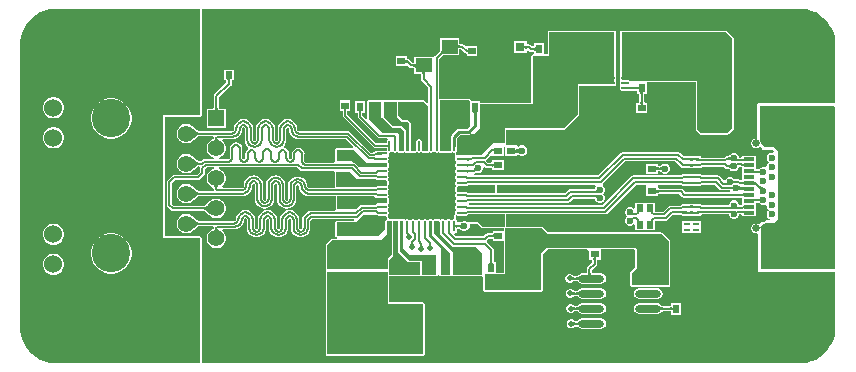
<source format=gtl>
G04*
G04 #@! TF.GenerationSoftware,Altium Limited,Altium Designer,25.7.1 (20)*
G04*
G04 Layer_Physical_Order=1*
G04 Layer_Color=255*
%FSLAX25Y25*%
%MOIN*%
G70*
G04*
G04 #@! TF.SameCoordinates,A9B1DE4C-7A59-4FA5-9EB3-CEC3AB9D3762*
G04*
G04*
G04 #@! TF.FilePolarity,Positive*
G04*
G01*
G75*
%ADD12C,0.00787*%
%ADD15C,0.00500*%
%ADD19R,0.15748X0.05906*%
%ADD20R,0.02520X0.02362*%
%ADD21R,0.02362X0.02953*%
%ADD22O,0.08661X0.02362*%
%ADD23C,0.06693*%
%ADD24R,0.06299X0.13780*%
%ADD25R,0.02362X0.02520*%
%ADD26R,0.02953X0.02362*%
%ADD27R,0.01968X0.00984*%
%ADD28R,0.01968X0.01772*%
G04:AMPARAMS|DCode=29|XSize=35.81mil|YSize=9.42mil|CornerRadius=4.71mil|HoleSize=0mil|Usage=FLASHONLY|Rotation=0.000|XOffset=0mil|YOffset=0mil|HoleType=Round|Shape=RoundedRectangle|*
%AMROUNDEDRECTD29*
21,1,0.03581,0.00000,0,0,0.0*
21,1,0.02639,0.00942,0,0,0.0*
1,1,0.00942,0.01320,0.00000*
1,1,0.00942,-0.01320,0.00000*
1,1,0.00942,-0.01320,0.00000*
1,1,0.00942,0.01320,0.00000*
%
%ADD29ROUNDEDRECTD29*%
%ADD30R,0.03543X0.01181*%
G04:AMPARAMS|DCode=31|XSize=9.42mil|YSize=35.81mil|CornerRadius=4.71mil|HoleSize=0mil|Usage=FLASHONLY|Rotation=0.000|XOffset=0mil|YOffset=0mil|HoleType=Round|Shape=RoundedRectangle|*
%AMROUNDEDRECTD31*
21,1,0.00942,0.02639,0,0,0.0*
21,1,0.00000,0.03581,0,0,0.0*
1,1,0.00942,0.00000,-0.01320*
1,1,0.00942,0.00000,-0.01320*
1,1,0.00942,0.00000,0.01320*
1,1,0.00942,0.00000,0.01320*
%
%ADD31ROUNDEDRECTD31*%
%ADD32R,0.03937X0.03543*%
G04:AMPARAMS|DCode=33|XSize=25.59mil|YSize=7.87mil|CornerRadius=0.98mil|HoleSize=0mil|Usage=FLASHONLY|Rotation=0.000|XOffset=0mil|YOffset=0mil|HoleType=Round|Shape=RoundedRectangle|*
%AMROUNDEDRECTD33*
21,1,0.02559,0.00591,0,0,0.0*
21,1,0.02362,0.00787,0,0,0.0*
1,1,0.00197,0.01181,-0.00295*
1,1,0.00197,-0.01181,-0.00295*
1,1,0.00197,-0.01181,0.00295*
1,1,0.00197,0.01181,0.00295*
%
%ADD33ROUNDEDRECTD33*%
%ADD34R,0.05512X0.04528*%
%ADD35R,0.03543X0.03937*%
%ADD36R,0.03581X0.00942*%
%ADD37R,0.03150X0.03150*%
%ADD54R,0.21260X0.21260*%
%ADD64C,0.00589*%
%ADD65R,0.01181X0.03701*%
%ADD66C,0.00811*%
%ADD67C,0.01000*%
%ADD68C,0.00811*%
%ADD69C,0.00511*%
%ADD70C,0.12795*%
%ADD71C,0.09626*%
%ADD72C,0.05504*%
%ADD73C,0.06024*%
%ADD74R,0.05504X0.05504*%
%ADD75C,0.02362*%
%ADD76O,0.05512X0.03150*%
%ADD77C,0.02559*%
%ADD78C,0.01968*%
G36*
X59842Y82677D02*
X47638D01*
Y41732D01*
X59842D01*
Y0D01*
X11811D01*
X11037Y-0D01*
X9502Y202D01*
X8006Y603D01*
X6576Y1195D01*
X5235Y1969D01*
X4007Y2912D01*
X2912Y4007D01*
X1969Y5235D01*
X1195Y6576D01*
X603Y8006D01*
X202Y9502D01*
X-0Y11037D01*
X0Y11811D01*
Y11811D01*
Y106299D01*
X-0Y107073D01*
X202Y108608D01*
X603Y110104D01*
X1195Y111534D01*
X1969Y112875D01*
X2912Y114103D01*
X4007Y115198D01*
X5235Y116141D01*
X6576Y116915D01*
X8006Y117507D01*
X9502Y117908D01*
X11037Y118110D01*
X11811Y118110D01*
X11811Y118110D01*
X59842D01*
Y82677D01*
D02*
G37*
G36*
X145862Y106224D02*
X145886Y106158D01*
X145925Y106098D01*
X145980Y106047D01*
X146051Y106004D01*
X146138Y105968D01*
X146240Y105941D01*
X146358Y105921D01*
X146492Y105909D01*
X146642Y105905D01*
Y105118D01*
X146492Y105114D01*
X146358Y105102D01*
X146240Y105083D01*
X146138Y105055D01*
X146051Y105020D01*
X145980Y104976D01*
X145925Y104925D01*
X145886Y104866D01*
X145862Y104799D01*
X145854Y104724D01*
Y106299D01*
X145862Y106224D01*
D02*
G37*
G36*
X168193Y106049D02*
X168218Y105980D01*
X168259Y105919D01*
X168316Y105867D01*
X168391Y105822D01*
X168481Y105786D01*
X168588Y105757D01*
X168712Y105737D01*
X168852Y105725D01*
X169008Y105721D01*
Y104909D01*
X168852Y104905D01*
X168712Y104893D01*
X168588Y104873D01*
X168481Y104844D01*
X168391Y104808D01*
X168316Y104763D01*
X168259Y104710D01*
X168218Y104650D01*
X168193Y104581D01*
X168185Y104504D01*
Y106126D01*
X168193Y106049D01*
D02*
G37*
G36*
X171776Y103815D02*
X171768Y103892D01*
X171743Y103961D01*
X171702Y104022D01*
X171644Y104074D01*
X171570Y104119D01*
X171480Y104155D01*
X171372Y104184D01*
X171249Y104204D01*
X171109Y104216D01*
X170953Y104220D01*
Y105032D01*
X171109Y105036D01*
X171249Y105048D01*
X171372Y105068D01*
X171480Y105097D01*
X171570Y105133D01*
X171644Y105178D01*
X171702Y105230D01*
X171743Y105291D01*
X171768Y105360D01*
X171776Y105437D01*
Y103815D01*
D02*
G37*
G36*
X149355Y103512D02*
X149349Y103548D01*
X149331Y103580D01*
X149301Y103608D01*
X149259Y103633D01*
X149206Y103654D01*
X149141Y103671D01*
X149063Y103684D01*
X148974Y103693D01*
X148760Y103701D01*
Y104488D01*
X148873Y104490D01*
X149063Y104505D01*
X149141Y104518D01*
X149206Y104535D01*
X149259Y104556D01*
X149301Y104581D01*
X149331Y104609D01*
X149349Y104641D01*
X149355Y104677D01*
Y103512D01*
D02*
G37*
G36*
X141480Y103272D02*
X141420Y103315D01*
X141348Y103336D01*
X141265Y103335D01*
X141171Y103312D01*
X141065Y103266D01*
X140948Y103198D01*
X140820Y103108D01*
X140680Y102995D01*
X140366Y102703D01*
X139810Y103260D01*
X139967Y103423D01*
X140214Y103714D01*
X140304Y103842D01*
X140372Y103959D01*
X140418Y104065D01*
X140442Y104159D01*
X140443Y104242D01*
X140422Y104313D01*
X140378Y104374D01*
X141480Y103272D01*
D02*
G37*
G36*
X128211Y101257D02*
X128232Y101208D01*
X128267Y101164D01*
X128315Y101127D01*
X128378Y101095D01*
X128454Y101070D01*
X128544Y101049D01*
X128648Y101035D01*
X128766Y101026D01*
X128898Y101024D01*
Y100236D01*
X128766Y100233D01*
X128544Y100210D01*
X128454Y100190D01*
X128378Y100164D01*
X128315Y100133D01*
X128267Y100095D01*
X128232Y100052D01*
X128211Y100003D01*
X128204Y99949D01*
Y101311D01*
X128211Y101257D01*
D02*
G37*
G36*
X131717Y98425D02*
X131709Y98500D01*
X131685Y98567D01*
X131645Y98626D01*
X131589Y98677D01*
X131517Y98721D01*
X131429Y98756D01*
X131325Y98783D01*
X131205Y98803D01*
X131069Y98815D01*
X130918Y98819D01*
Y99606D01*
X131069Y99610D01*
X131205Y99622D01*
X131325Y99642D01*
X131429Y99669D01*
X131517Y99705D01*
X131589Y99748D01*
X131645Y99799D01*
X131685Y99858D01*
X131709Y99925D01*
X131717Y100000D01*
Y98425D01*
D02*
G37*
G36*
X135161Y96965D02*
X135094Y96941D01*
X135035Y96901D01*
X134984Y96845D01*
X134941Y96773D01*
X134906Y96685D01*
X134878Y96581D01*
X134858Y96461D01*
X134846Y96325D01*
X134843Y96173D01*
X134055D01*
X134051Y96325D01*
X134039Y96461D01*
X134020Y96581D01*
X133992Y96685D01*
X133957Y96773D01*
X133913Y96845D01*
X133862Y96901D01*
X133803Y96941D01*
X133736Y96965D01*
X133661Y96973D01*
X135236D01*
X135161Y96965D01*
D02*
G37*
G36*
X198031Y92913D02*
X191445D01*
Y92921D01*
X186508D01*
Y92913D01*
X185827D01*
Y83071D01*
X181102Y78347D01*
X161417D01*
Y73228D01*
X157480D01*
X153667Y69415D01*
X150886D01*
X150537Y69346D01*
X150456Y69291D01*
X145276D01*
Y70353D01*
X145385Y70426D01*
X145600Y70747D01*
X145675Y71126D01*
Y72297D01*
X145705Y72446D01*
Y75070D01*
X146781Y76146D01*
X149508D01*
X149898Y76223D01*
X150129Y76378D01*
X151181D01*
X153051Y78248D01*
Y83358D01*
X153256D01*
Y86221D01*
X170866Y86221D01*
Y102362D01*
X176279D01*
Y110236D01*
X198031D01*
Y92913D01*
D02*
G37*
G36*
X262152Y117908D02*
X263647Y117507D01*
X265078Y116915D01*
X266418Y116141D01*
X267647Y115198D01*
X268742Y114103D01*
X269684Y112875D01*
X270458Y111534D01*
X271051Y110104D01*
X271451Y108608D01*
X271654Y107073D01*
Y106299D01*
Y87137D01*
X271300Y86846D01*
X246457D01*
X246066Y86769D01*
X245736Y86548D01*
X245515Y86217D01*
X245437Y85827D01*
Y74862D01*
X244793D01*
X244193Y74613D01*
X243733Y74154D01*
X243484Y73553D01*
Y72903D01*
X243733Y72303D01*
X244193Y71843D01*
X244793Y71595D01*
X245443D01*
X246044Y71843D01*
X246419Y72218D01*
X247212Y71425D01*
X247543Y71204D01*
X247933Y71126D01*
X250660D01*
X251168Y70619D01*
X251146Y70561D01*
X250767Y70185D01*
X250099D01*
X249481Y69929D01*
X249008Y69456D01*
X248752Y68838D01*
Y68170D01*
X249008Y67552D01*
X249310Y67250D01*
X249426Y66929D01*
X249310Y66608D01*
X249008Y66307D01*
X248752Y65689D01*
X248252Y65361D01*
X248011Y65461D01*
X247343D01*
X246725Y65205D01*
X246322Y64801D01*
X245185D01*
Y69004D01*
X240642D01*
Y68676D01*
X240607Y68675D01*
X240499Y68629D01*
X240260Y68582D01*
X240150Y68508D01*
X239476D01*
Y68678D01*
X239220Y69295D01*
X238748Y69768D01*
X238130Y70024D01*
X237461D01*
X236843Y69768D01*
X236445Y69370D01*
X236389Y69337D01*
X236337Y69268D01*
X236300Y69227D01*
X236262Y69193D01*
X236225Y69165D01*
X236187Y69143D01*
X236146Y69124D01*
X236100Y69109D01*
X236049Y69097D01*
X235990Y69090D01*
X235901Y69086D01*
X235863Y69069D01*
X235823Y69077D01*
X235802Y69063D01*
X235397D01*
X235044Y68993D01*
X234744Y68792D01*
X234460Y68508D01*
X227221D01*
X226964Y68680D01*
X226780Y68717D01*
Y68906D01*
X224394D01*
X224323Y68935D01*
X224255Y68906D01*
X224181Y68916D01*
X223811Y68906D01*
X223630D01*
X223260Y68916D01*
X223186Y68906D01*
X223118Y68935D01*
X223047Y68906D01*
X221058D01*
X219790Y70173D01*
X219491Y70373D01*
X219137Y70443D01*
X200736D01*
X200383Y70373D01*
X200083Y70173D01*
X192551Y62640D01*
X192058D01*
X191869Y62603D01*
X151387D01*
X151337Y63103D01*
X151497Y63134D01*
X151687Y63261D01*
X151795Y63301D01*
X151889Y63383D01*
X151954Y63392D01*
X152225Y63279D01*
X152893D01*
X153511Y63535D01*
X153984Y64008D01*
X154240Y64626D01*
Y65097D01*
X154734Y65310D01*
X154744Y65301D01*
X155039Y65103D01*
X155388Y65034D01*
X156835D01*
X156888Y65010D01*
X157023Y65007D01*
X157122Y64998D01*
X157177Y64989D01*
Y64264D01*
X161130D01*
Y67626D01*
X157177D01*
Y66901D01*
X157122Y66892D01*
X157023Y66883D01*
X156888Y66880D01*
X156835Y66856D01*
X155765D01*
X155365Y67256D01*
X155368Y67815D01*
X155410Y67901D01*
X156836Y69327D01*
X157177Y69185D01*
Y69185D01*
X161130D01*
Y72221D01*
X161205Y72244D01*
X161705Y71875D01*
Y69185D01*
X165657D01*
Y69339D01*
X165676Y69383D01*
X165707Y69435D01*
X165726Y69460D01*
X166157Y69625D01*
X166203Y69608D01*
X166371Y69441D01*
X166988Y69185D01*
X167657D01*
X168275Y69441D01*
X168748Y69914D01*
X169004Y70532D01*
Y71201D01*
X168748Y71818D01*
X168275Y72291D01*
X167657Y72547D01*
X166988D01*
X166371Y72291D01*
X166203Y72124D01*
X166157Y72107D01*
X165726Y72272D01*
X165707Y72298D01*
X165676Y72350D01*
X165657Y72393D01*
Y72547D01*
X162155D01*
X161883Y73047D01*
X161959Y73228D01*
Y77805D01*
X181102D01*
X181102Y77805D01*
X181485Y77964D01*
X181485Y77964D01*
X186209Y82688D01*
X186368Y83071D01*
X186368Y83071D01*
Y92372D01*
X186508D01*
X186527Y92380D01*
X191426D01*
X191445Y92372D01*
X195551D01*
X195571Y92364D01*
X197933D01*
X197953Y92372D01*
X198031D01*
X198414Y92531D01*
X198573Y92913D01*
Y92992D01*
X198581Y93012D01*
Y93602D01*
X198573Y93622D01*
Y94567D01*
X198581Y94587D01*
Y95177D01*
X198573Y95197D01*
Y110236D01*
X198414Y110619D01*
X198031Y110777D01*
X176279D01*
X175897Y110619D01*
X175738Y110236D01*
Y102903D01*
X174614D01*
Y106602D01*
X171252D01*
Y105597D01*
X171182Y105585D01*
X171079Y105576D01*
X170939Y105573D01*
X170886Y105549D01*
X170560D01*
X170141Y105968D01*
X169842Y106168D01*
X169488Y106238D01*
X169074D01*
X169022Y106262D01*
X168882Y106265D01*
X168779Y106274D01*
X168709Y106286D01*
Y107390D01*
X164559D01*
Y103240D01*
X168709D01*
Y104143D01*
X169209Y104289D01*
X169524Y103973D01*
X169824Y103773D01*
X170177Y103703D01*
X170886D01*
X170939Y103679D01*
X171079Y103676D01*
X171182Y103667D01*
X171252Y103655D01*
Y102903D01*
X170866D01*
X170483Y102745D01*
X170325Y102362D01*
Y86762D01*
X153256Y86762D01*
Y87311D01*
X150907D01*
X150430Y87386D01*
X150342Y87535D01*
X150276Y87694D01*
X150240Y87709D01*
X150220Y87743D01*
X149839Y88030D01*
X149672Y88074D01*
X149513Y88140D01*
X139764D01*
X139691Y88188D01*
Y98524D01*
X139691Y98524D01*
Y101296D01*
X140682Y102287D01*
X140735Y102307D01*
X141034Y102586D01*
X141146Y102675D01*
X141240Y102742D01*
X141251Y102748D01*
X141438D01*
X141480Y102731D01*
X141521Y102748D01*
X141524D01*
X141567Y102738D01*
X141583Y102748D01*
X146366D01*
Y104555D01*
X146426Y104565D01*
X146523Y104574D01*
X146656Y104577D01*
X146709Y104601D01*
X146965D01*
X148116Y103450D01*
X148411Y103253D01*
X148635Y103208D01*
X148741Y103160D01*
X148831Y103157D01*
Y102413D01*
X152350D01*
Y105776D01*
X148831D01*
Y105776D01*
X148503Y105640D01*
X147987Y106156D01*
X147691Y106354D01*
X147343Y106423D01*
X146709D01*
X146656Y106447D01*
X146523Y106450D01*
X146426Y106458D01*
X146366Y106469D01*
Y108276D01*
X139854D01*
Y104477D01*
X139844Y104460D01*
X139854Y104417D01*
Y104415D01*
X139837Y104374D01*
X139854Y104332D01*
Y104145D01*
X139848Y104134D01*
X139786Y104045D01*
X139566Y103786D01*
X139420Y103636D01*
X139399Y103581D01*
X138135Y102318D01*
X138091Y102251D01*
X137705Y101976D01*
X131193D01*
Y100169D01*
X131138Y100159D01*
X131039Y100151D01*
X130903Y100147D01*
X130851Y100124D01*
X130692D01*
X129542Y101274D01*
X129246Y101472D01*
X129017Y101517D01*
X128910Y101565D01*
X128792Y101567D01*
X128728Y101572D01*
Y102311D01*
X125209D01*
Y98949D01*
X128728D01*
Y98949D01*
X129126Y99113D01*
X129671Y98568D01*
X129966Y98371D01*
X130315Y98301D01*
X130851D01*
X130903Y98278D01*
X131039Y98274D01*
X131138Y98266D01*
X131193Y98257D01*
Y96449D01*
X133493D01*
X133502Y96394D01*
X133511Y96295D01*
X133514Y96159D01*
X133538Y96106D01*
Y94563D01*
X133607Y94214D01*
X133805Y93918D01*
X135900Y91823D01*
Y86976D01*
X135438Y86784D01*
X134635Y87587D01*
X134252Y87746D01*
X134252Y87746D01*
X126016D01*
X125746Y87634D01*
X125475Y87746D01*
X121063D01*
X120680Y87587D01*
X120658Y87587D01*
X120276Y87746D01*
X116142D01*
X115759Y87587D01*
X115601Y87205D01*
Y81570D01*
X115125Y81338D01*
X113959Y82504D01*
Y83286D01*
X113986Y83345D01*
X113986Y83358D01*
X114870D01*
Y87311D01*
X111508D01*
Y83358D01*
X112392D01*
X112392Y83345D01*
X112419Y83286D01*
Y82185D01*
X112477Y81890D01*
X112644Y81640D01*
X119042Y75243D01*
X119292Y75076D01*
X119587Y75017D01*
X122257D01*
X122409Y74517D01*
X122331Y74466D01*
X122117Y74144D01*
X122041Y73765D01*
Y73242D01*
X122038Y73242D01*
X121979Y73216D01*
X118621D01*
X109038Y82799D01*
Y84113D01*
X109064Y84172D01*
X109065Y84185D01*
X110028D01*
Y87547D01*
X106508D01*
Y84185D01*
X107471D01*
X107471Y84172D01*
X107497Y84113D01*
Y82480D01*
X107556Y82186D01*
X107723Y81936D01*
X117757Y71901D01*
X118007Y71734D01*
X118302Y71675D01*
X121979D01*
X122038Y71649D01*
X122041Y71649D01*
Y71126D01*
X121817Y70853D01*
X118177D01*
Y70542D01*
X118117Y70541D01*
X118002Y70490D01*
X117821Y70454D01*
X117558Y70278D01*
X117480Y70200D01*
X116836D01*
X109927Y77108D01*
X109665Y77284D01*
X109355Y77345D01*
X96305D01*
X96305Y77345D01*
X92756D01*
X92752Y77345D01*
X92412Y77485D01*
X92323Y77700D01*
X92283Y78184D01*
X92283D01*
X92174Y79013D01*
X91854Y79786D01*
X91345Y80450D01*
X90681Y80959D01*
X89908Y81280D01*
X89078Y81389D01*
X89078D01*
X89078D01*
Y81389D01*
X88249Y81280D01*
X87476Y80959D01*
X86812Y80450D01*
X86303Y79786D01*
X85983Y79013D01*
X85873Y78184D01*
X85885D01*
Y74469D01*
X85886Y74465D01*
X85745Y74125D01*
X85405Y73984D01*
X85401Y73985D01*
X85396Y73984D01*
X85056Y74125D01*
X84916Y74465D01*
X84916Y74469D01*
Y78184D01*
X84928D01*
X84819Y79013D01*
X84499Y79786D01*
X83990Y80450D01*
X83326Y80959D01*
X82553Y81280D01*
X81723Y81389D01*
X81723D01*
X81723D01*
Y81389D01*
X80894Y81280D01*
X80121Y80959D01*
X79457Y80450D01*
X78948Y79786D01*
X78628Y79013D01*
X78518Y78184D01*
X78530D01*
Y74469D01*
X78531Y74465D01*
X78390Y74125D01*
X78050Y73984D01*
X78046Y73985D01*
X78041Y73984D01*
X77701Y74125D01*
X77560Y74465D01*
X77561Y74469D01*
Y78184D01*
X77573D01*
X77464Y79013D01*
X77144Y79786D01*
X76634Y80450D01*
X75971Y80959D01*
X75198Y81280D01*
X74368Y81389D01*
X74368D01*
X74368D01*
Y81389D01*
X73539Y81280D01*
X72766Y80959D01*
X72102Y80450D01*
X71592Y79786D01*
X71272Y79013D01*
X71163Y78184D01*
X71163D01*
X71124Y77700D01*
X71035Y77485D01*
X70695Y77345D01*
X70691Y77345D01*
X69852D01*
X69852Y77345D01*
X59797D01*
X59753Y77369D01*
X59624Y77381D01*
X59512Y77410D01*
X59365Y77469D01*
X59189Y77561D01*
X58987Y77687D01*
X58772Y77842D01*
X57961Y78548D01*
X57663Y78844D01*
X57663Y78844D01*
X57663Y78844D01*
X57662Y78846D01*
X57563Y78886D01*
X57312Y79138D01*
X56570Y79566D01*
X55743Y79787D01*
X54887D01*
X54060Y79566D01*
X53318Y79138D01*
X52713Y78532D01*
X52285Y77791D01*
X52063Y76964D01*
Y76107D01*
X52285Y75280D01*
X52713Y74539D01*
X53318Y73933D01*
X54060Y73505D01*
X54887Y73283D01*
X55743D01*
X56570Y73505D01*
X57312Y73933D01*
X57563Y74185D01*
X57662Y74225D01*
X57968Y74529D01*
X58248Y74791D01*
X58767Y75226D01*
X58987Y75384D01*
X59189Y75510D01*
X59365Y75602D01*
X59512Y75661D01*
X59624Y75690D01*
X59753Y75702D01*
X59797Y75726D01*
X64175D01*
X64268Y75651D01*
X64532Y75237D01*
X64480Y75126D01*
X64475Y75014D01*
X64465Y74942D01*
X64450Y74886D01*
X64433Y74843D01*
X64415Y74810D01*
X64395Y74784D01*
X64370Y74760D01*
X64337Y74735D01*
X64292Y74710D01*
X64206Y74675D01*
X64164Y74633D01*
X64060Y74605D01*
X63318Y74177D01*
X62713Y73572D01*
X62285Y72830D01*
X62063Y72003D01*
Y71147D01*
X62285Y70320D01*
X62713Y69578D01*
X63318Y68973D01*
X64060Y68545D01*
X64442Y68442D01*
X64376Y67942D01*
X61271D01*
X60961Y67880D01*
X60698Y67705D01*
X60339Y67345D01*
X59797D01*
X59753Y67369D01*
X59624Y67381D01*
X59512Y67410D01*
X59365Y67469D01*
X59189Y67561D01*
X58987Y67687D01*
X58772Y67842D01*
X57961Y68548D01*
X57663Y68844D01*
X57663Y68844D01*
X57663Y68844D01*
X57662Y68846D01*
X57563Y68886D01*
X57312Y69138D01*
X56570Y69566D01*
X55743Y69787D01*
X54887D01*
X54060Y69566D01*
X53318Y69138D01*
X52713Y68532D01*
X52285Y67791D01*
X52063Y66964D01*
Y66107D01*
X52285Y65280D01*
X52713Y64539D01*
X53318Y63933D01*
X54060Y63505D01*
X54887Y63283D01*
X55743D01*
X56570Y63505D01*
X57312Y63933D01*
X57563Y64185D01*
X57662Y64225D01*
X57968Y64529D01*
X58248Y64791D01*
X58767Y65225D01*
X58987Y65383D01*
X59189Y65510D01*
X59365Y65602D01*
X59512Y65661D01*
X59554Y65672D01*
X59716Y65537D01*
X59858Y65302D01*
X59873Y65262D01*
X59874Y65225D01*
X59820Y64951D01*
Y63721D01*
X58818Y62719D01*
X51279D01*
X50970Y62658D01*
X50707Y62482D01*
X49034Y60809D01*
X48858Y60546D01*
X48796Y60236D01*
Y52756D01*
X48858Y52446D01*
X49034Y52183D01*
X50215Y51002D01*
X50477Y50827D01*
X50787Y50765D01*
X60833D01*
X60877Y50742D01*
X61005Y50729D01*
X61118Y50700D01*
X61264Y50641D01*
X61441Y50549D01*
X61642Y50423D01*
X61858Y50268D01*
X62669Y49562D01*
X62967Y49266D01*
X62967Y49266D01*
X62967Y49266D01*
X62968Y49264D01*
X63067Y49224D01*
X63318Y48973D01*
X64060Y48544D01*
X64887Y48323D01*
X65743D01*
X66570Y48544D01*
X67312Y48973D01*
X67917Y49578D01*
X68345Y50320D01*
X68567Y51147D01*
Y52003D01*
X68345Y52830D01*
X67917Y53572D01*
X67312Y54177D01*
X66570Y54605D01*
X65743Y54827D01*
X64887D01*
X64060Y54605D01*
X63318Y54177D01*
X63067Y53926D01*
X62968Y53885D01*
X62662Y53581D01*
X62382Y53319D01*
X61862Y52885D01*
X61642Y52727D01*
X61441Y52600D01*
X61264Y52508D01*
X61118Y52450D01*
X61005Y52420D01*
X60877Y52408D01*
X60833Y52385D01*
X51123D01*
X50416Y53091D01*
Y59901D01*
X51615Y61099D01*
X59153D01*
X59464Y61161D01*
X59726Y61337D01*
X61203Y62813D01*
X61378Y63076D01*
X61440Y63386D01*
Y64616D01*
X62057Y65233D01*
X64472D01*
X64538Y64733D01*
X64060Y64605D01*
X63318Y64177D01*
X62713Y63572D01*
X62285Y62830D01*
X62063Y62003D01*
Y61147D01*
X62285Y60320D01*
X62713Y59578D01*
X63318Y58973D01*
X64060Y58544D01*
X64147Y58521D01*
X64185Y58483D01*
X64239Y58459D01*
X64253Y58451D01*
X64261Y58444D01*
X64268Y58437D01*
X64277Y58424D01*
X64287Y58402D01*
X64299Y58367D01*
X64310Y58317D01*
X64319Y58251D01*
X64322Y58149D01*
X64374Y58036D01*
X64409Y57859D01*
X64419Y57845D01*
X64151Y57345D01*
X59797D01*
X59753Y57369D01*
X59624Y57381D01*
X59512Y57410D01*
X59365Y57469D01*
X59189Y57561D01*
X58987Y57687D01*
X58772Y57842D01*
X57961Y58548D01*
X57663Y58845D01*
X57663Y58845D01*
X57663Y58845D01*
X57662Y58846D01*
X57563Y58886D01*
X57312Y59138D01*
X56570Y59566D01*
X55743Y59787D01*
X54887D01*
X54060Y59566D01*
X53318Y59138D01*
X52713Y58532D01*
X52285Y57791D01*
X52063Y56964D01*
Y56107D01*
X52285Y55280D01*
X52713Y54539D01*
X53318Y53933D01*
X54060Y53505D01*
X54887Y53284D01*
X55743D01*
X56570Y53505D01*
X57312Y53933D01*
X57563Y54185D01*
X57662Y54225D01*
X57968Y54529D01*
X58248Y54791D01*
X58767Y55225D01*
X58987Y55383D01*
X59189Y55510D01*
X59365Y55602D01*
X59512Y55661D01*
X59624Y55690D01*
X59753Y55702D01*
X59797Y55726D01*
X73684D01*
X74067Y55717D01*
Y55717D01*
X74897Y55826D01*
X75670Y56146D01*
X76333Y56656D01*
X76843Y57319D01*
X77163Y58092D01*
X77272Y58922D01*
X77260D01*
Y59437D01*
X77259Y59442D01*
X77400Y59782D01*
X77740Y59923D01*
X77745Y59922D01*
X77749Y59923D01*
X78089Y59782D01*
X78230Y59442D01*
X78229Y59437D01*
Y54681D01*
X78217D01*
X78326Y53851D01*
X78647Y53078D01*
X79156Y52414D01*
X79820Y51905D01*
X80593Y51585D01*
X81422Y51476D01*
X81422D01*
X81422D01*
Y51476D01*
X82252Y51585D01*
X83025Y51905D01*
X83689Y52414D01*
X84198Y53078D01*
X84518Y53851D01*
X84627Y54681D01*
X84615D01*
Y59437D01*
X84615Y59442D01*
X84755Y59782D01*
X85096Y59923D01*
X85100Y59922D01*
X85104Y59923D01*
X85444Y59782D01*
X85585Y59442D01*
X85584Y59437D01*
Y54681D01*
X85572D01*
X85682Y53851D01*
X86002Y53078D01*
X86511Y52414D01*
X87175Y51905D01*
X87948Y51585D01*
X88777Y51476D01*
X88777D01*
X88778D01*
Y51476D01*
X89607Y51585D01*
X90380Y51905D01*
X91044Y52414D01*
X91553Y53078D01*
X91873Y53851D01*
X91982Y54681D01*
X91971D01*
Y58988D01*
X91970Y58992D01*
X92015Y59102D01*
X92473Y59291D01*
X92841Y59137D01*
X92928Y58922D01*
X92928D01*
X93037Y58092D01*
X93357Y57319D01*
X93866Y56656D01*
X94530Y56146D01*
X95303Y55826D01*
X96133Y55717D01*
Y55729D01*
X105055D01*
X105069Y55709D01*
Y51279D01*
X105095Y51218D01*
X104761Y50718D01*
X103310D01*
X103310Y50718D01*
X97101D01*
Y50730D01*
X96272Y50620D01*
X95499Y50300D01*
X94835Y49791D01*
X94326Y49127D01*
X94006Y48354D01*
X93896Y47524D01*
X93908D01*
Y45086D01*
X93909Y45082D01*
X93768Y44742D01*
X93428Y44601D01*
X93424Y44602D01*
X93419Y44601D01*
X93079Y44742D01*
X92938Y45082D01*
X92939Y45086D01*
Y47838D01*
X92951D01*
X92842Y48668D01*
X92522Y49441D01*
X92012Y50104D01*
X91349Y50614D01*
X90576Y50934D01*
X89746Y51043D01*
X89746D01*
X89746D01*
Y51043D01*
X88917Y50934D01*
X88144Y50614D01*
X87480Y50104D01*
X86971Y49441D01*
X86650Y48668D01*
X86541Y47838D01*
X86553D01*
Y45086D01*
X86554Y45082D01*
X86413Y44742D01*
X86073Y44601D01*
X86069Y44602D01*
X86064Y44601D01*
X85724Y44742D01*
X85583Y45082D01*
X85584Y45086D01*
Y47838D01*
X85596D01*
X85487Y48668D01*
X85167Y49441D01*
X84657Y50104D01*
X83994Y50614D01*
X83220Y50934D01*
X82391Y51043D01*
X82391D01*
X82391D01*
Y51043D01*
X81561Y50934D01*
X80788Y50614D01*
X80125Y50104D01*
X79615Y49441D01*
X79295Y48668D01*
X79186Y47838D01*
X79198D01*
Y45086D01*
X79199Y45082D01*
X79058Y44742D01*
X78718Y44601D01*
X78713Y44602D01*
X78709Y44601D01*
X78369Y44742D01*
X78228Y45082D01*
X78229Y45086D01*
Y47838D01*
X78241D01*
X78132Y48668D01*
X77811Y49441D01*
X77302Y50104D01*
X76638Y50614D01*
X75865Y50934D01*
X75036Y51043D01*
X75036D01*
X75036D01*
Y51043D01*
X74206Y50934D01*
X73433Y50614D01*
X72770Y50104D01*
X72260Y49441D01*
X71940Y48668D01*
X71831Y47838D01*
X71831D01*
X71589Y47438D01*
X71363Y47344D01*
X71358Y47345D01*
X70520D01*
X70519Y47345D01*
X59797D01*
X59753Y47369D01*
X59624Y47381D01*
X59512Y47410D01*
X59365Y47469D01*
X59189Y47561D01*
X58987Y47687D01*
X58772Y47842D01*
X57961Y48548D01*
X57663Y48845D01*
X57663Y48845D01*
X57663Y48845D01*
X57662Y48846D01*
X57563Y48886D01*
X57312Y49138D01*
X56570Y49566D01*
X55743Y49787D01*
X54887D01*
X54060Y49566D01*
X53318Y49138D01*
X52713Y48532D01*
X52285Y47791D01*
X52063Y46964D01*
Y46107D01*
X52285Y45280D01*
X52713Y44539D01*
X53318Y43933D01*
X54060Y43505D01*
X54887Y43284D01*
X55743D01*
X56570Y43505D01*
X57312Y43933D01*
X57563Y44185D01*
X57662Y44225D01*
X57968Y44529D01*
X58248Y44791D01*
X58767Y45226D01*
X58987Y45384D01*
X59189Y45510D01*
X59365Y45602D01*
X59512Y45661D01*
X59624Y45690D01*
X59753Y45702D01*
X59797Y45726D01*
X64175D01*
X64268Y45651D01*
X64532Y45237D01*
X64480Y45126D01*
X64475Y45014D01*
X64465Y44942D01*
X64450Y44886D01*
X64433Y44843D01*
X64415Y44810D01*
X64395Y44784D01*
X64370Y44760D01*
X64337Y44735D01*
X64292Y44710D01*
X64206Y44675D01*
X64164Y44633D01*
X64060Y44605D01*
X63318Y44177D01*
X62713Y43572D01*
X62285Y42830D01*
X62063Y42003D01*
Y41147D01*
X62285Y40320D01*
X62713Y39578D01*
X63318Y38973D01*
X64060Y38544D01*
X64887Y38323D01*
X65743D01*
X66570Y38544D01*
X67312Y38973D01*
X67917Y39578D01*
X68345Y40320D01*
X68567Y41147D01*
Y42003D01*
X68345Y42830D01*
X67917Y43572D01*
X67352Y44137D01*
X67372Y44313D01*
X67516Y44637D01*
X71358D01*
Y44625D01*
X72188Y44734D01*
X72961Y45054D01*
X73624Y45564D01*
X74134Y46227D01*
X74454Y47000D01*
X74563Y47830D01*
X74563D01*
X74805Y48230D01*
X75032Y48323D01*
X75036Y48323D01*
X75040Y48323D01*
X75380Y48182D01*
X75521Y47842D01*
X75520Y47838D01*
Y45086D01*
X75508D01*
X75618Y44256D01*
X75938Y43483D01*
X76447Y42820D01*
X77111Y42310D01*
X77884Y41990D01*
X78713Y41881D01*
X78713D01*
X78713D01*
Y41881D01*
X79543Y41990D01*
X80316Y42310D01*
X80980Y42820D01*
X81489Y43483D01*
X81809Y44256D01*
X81918Y45086D01*
X81906D01*
Y47838D01*
X81906Y47842D01*
X82047Y48182D01*
X82387Y48323D01*
X82391Y48323D01*
X82395Y48323D01*
X82735Y48182D01*
X82876Y47842D01*
X82875Y47838D01*
Y45086D01*
X82864D01*
X82973Y44256D01*
X83293Y43483D01*
X83802Y42820D01*
X84466Y42310D01*
X85239Y41990D01*
X86068Y41881D01*
X86068D01*
X86069D01*
Y41881D01*
X86898Y41990D01*
X87671Y42310D01*
X88335Y42820D01*
X88844Y43483D01*
X89164Y44256D01*
X89274Y45086D01*
X89262D01*
Y47838D01*
X89261Y47842D01*
X89402Y48182D01*
X89742Y48323D01*
X89746Y48323D01*
X89750Y48323D01*
X90091Y48182D01*
X90231Y47842D01*
X90231Y47838D01*
Y45086D01*
X90219D01*
X90328Y44256D01*
X90648Y43483D01*
X91157Y42820D01*
X91821Y42310D01*
X92594Y41990D01*
X93424Y41881D01*
X93424D01*
X93424D01*
Y41881D01*
X94253Y41990D01*
X95026Y42310D01*
X95690Y42820D01*
X96199Y43483D01*
X96520Y44256D01*
X96629Y45086D01*
X96617D01*
Y47524D01*
X96616Y47529D01*
X96757Y47869D01*
X97097Y48010D01*
X97101Y48009D01*
X111068D01*
X111336Y47509D01*
X111323Y47490D01*
X105512D01*
X105129Y47332D01*
X104971Y46949D01*
Y42520D01*
X105129Y42137D01*
X105512Y41978D01*
X105493Y41486D01*
X103937D01*
X103937Y41486D01*
X103554Y41328D01*
X101979Y39753D01*
X101979Y39753D01*
X101821Y39370D01*
X101821Y39370D01*
Y31496D01*
X101865Y31389D01*
X101954Y31004D01*
X101865Y30619D01*
X101821Y30512D01*
Y2953D01*
X101979Y2570D01*
X102362Y2412D01*
X134252D01*
X134635Y2570D01*
X134793Y2953D01*
Y19685D01*
X134635Y20068D01*
X134252Y20226D01*
X122982D01*
Y28888D01*
X133169D01*
X133452Y29005D01*
X133735Y28888D01*
X138583D01*
X138965Y29046D01*
X139071Y29301D01*
X139544Y29358D01*
X139591Y29350D01*
X139676Y29145D01*
X140059Y28986D01*
X143266D01*
X143366Y29028D01*
X143473D01*
X143798Y29115D01*
X144149Y29045D01*
X144291Y28986D01*
X153937D01*
X154183Y28822D01*
Y24409D01*
X154342Y24027D01*
X154724Y23868D01*
X173622D01*
X174005Y24027D01*
X174163Y24409D01*
X174163Y36390D01*
X175716Y37943D01*
X188978Y37943D01*
X189461Y37443D01*
Y34539D01*
X190481D01*
X190490Y34484D01*
X190499Y34385D01*
X190502Y34250D01*
X190526Y34197D01*
Y33547D01*
X189021Y32042D01*
X188823Y31746D01*
X188754Y31398D01*
Y30203D01*
X188731Y30150D01*
X188727Y30015D01*
X188718Y29915D01*
X188713Y29883D01*
X187205D01*
X186549Y29753D01*
X186072Y29434D01*
X186066Y29433D01*
X186063Y29428D01*
X185993Y29381D01*
X185866Y29191D01*
X185860Y29190D01*
X185779Y29173D01*
X185496Y29147D01*
X185321Y29144D01*
X185267Y29120D01*
X184751D01*
X184702Y29143D01*
X184698Y29142D01*
X184695Y29143D01*
X184615Y29146D01*
X184558Y29151D01*
X184509Y29160D01*
X184467Y29170D01*
X184431Y29183D01*
X184399Y29197D01*
X184372Y29212D01*
X184347Y29229D01*
X184324Y29249D01*
X184284Y29289D01*
X184186Y29330D01*
X184010Y29506D01*
X183465Y29732D01*
X182874D01*
X182328Y29506D01*
X181911Y29089D01*
X181685Y28543D01*
Y27953D01*
X181911Y27407D01*
X182328Y26990D01*
X182874Y26764D01*
X183465D01*
X184010Y26990D01*
X184115Y27095D01*
X184198Y27122D01*
X184243Y27161D01*
X184273Y27183D01*
X184304Y27202D01*
X184338Y27219D01*
X184376Y27234D01*
X184418Y27247D01*
X184466Y27258D01*
X184519Y27266D01*
X184578Y27272D01*
X184659Y27274D01*
X184712Y27297D01*
X185226D01*
X185276Y27274D01*
X185282Y27276D01*
X185288Y27274D01*
X185471Y27270D01*
X185617Y27261D01*
X185735Y27246D01*
X185810Y27231D01*
X185910Y27081D01*
X185917Y27061D01*
X185926Y27057D01*
X185993Y26957D01*
X186549Y26586D01*
X187205Y26455D01*
X193504D01*
X194160Y26586D01*
X194716Y26957D01*
X195088Y27513D01*
X195218Y28169D01*
X195088Y28825D01*
X194716Y29381D01*
X194160Y29753D01*
X193504Y29883D01*
X190618D01*
X190612Y29915D01*
X190604Y30015D01*
X190600Y30150D01*
X190577Y30203D01*
Y31020D01*
X192081Y32525D01*
X192279Y32821D01*
X192348Y33169D01*
Y34197D01*
X192372Y34250D01*
X192375Y34385D01*
X192384Y34484D01*
X192393Y34539D01*
X193413D01*
X193413Y37902D01*
X193896Y37943D01*
X204471Y37943D01*
X204919Y37494D01*
Y34575D01*
X204872Y34461D01*
Y32015D01*
X203358Y30501D01*
X203357Y30501D01*
X203199Y30118D01*
X203199Y30118D01*
Y26083D01*
X203358Y25700D01*
X203740Y25541D01*
X216043D01*
X216426Y25700D01*
X216584Y26083D01*
Y40650D01*
X216584Y40650D01*
X216426Y41032D01*
X213965Y43493D01*
X213965Y43493D01*
X213583Y43652D01*
X213583Y43651D01*
X175716Y43652D01*
X174103Y45265D01*
X173721Y45423D01*
X173720Y45423D01*
X161992D01*
X161959Y45472D01*
Y49602D01*
X195014D01*
X195367Y49672D01*
X195667Y49872D01*
X205239Y59445D01*
X208424D01*
X208472Y58965D01*
X208472D01*
Y55602D01*
X212425D01*
Y56313D01*
X212495Y56324D01*
X212599Y56333D01*
X212739Y56337D01*
X212791Y56360D01*
X219696D01*
X220607Y55449D01*
X220906Y55249D01*
X221260Y55179D01*
X240282D01*
X240336Y55155D01*
X240479Y55154D01*
X240642Y55145D01*
Y52874D01*
X240440Y52834D01*
X240330Y52760D01*
X239575D01*
Y52874D01*
X239319Y53492D01*
X238846Y53965D01*
X238228Y54220D01*
X237559D01*
X236941Y53965D01*
X236469Y53492D01*
X236213Y52874D01*
Y52760D01*
X227221D01*
X226964Y52932D01*
X226780Y52969D01*
Y53158D01*
X224394D01*
X224323Y53187D01*
X224255Y53158D01*
X224181Y53168D01*
X223811Y53158D01*
X223630D01*
X223260Y53168D01*
X223186Y53158D01*
X223118Y53187D01*
X223047Y53158D01*
X220661D01*
Y52969D01*
X220477Y52932D01*
X220177Y52732D01*
X219923Y52478D01*
X216510D01*
X216156Y52408D01*
X215857Y52207D01*
X214121Y50471D01*
X211598D01*
Y53416D01*
X208634D01*
X208236Y53416D01*
X207736Y53416D01*
X204772D01*
Y51713D01*
X204272Y51506D01*
X204102Y51676D01*
X203484Y51932D01*
X202815D01*
X202197Y51676D01*
X201725Y51203D01*
X201468Y50585D01*
Y49916D01*
X201725Y49298D01*
X202130Y48892D01*
X201725Y48486D01*
X201468Y47868D01*
Y47199D01*
X201725Y46582D01*
X202197Y46109D01*
X202815Y45853D01*
X203484D01*
X204102Y46109D01*
X204272Y46279D01*
X204772Y46071D01*
Y44368D01*
X207736D01*
X208134Y44368D01*
X208634Y44368D01*
X211598D01*
Y47313D01*
X215046D01*
X215400Y47383D01*
X215699Y47584D01*
X217435Y49320D01*
X220351D01*
X220398Y49288D01*
X220661Y49236D01*
Y49205D01*
X223047D01*
X223118Y49176D01*
X223186Y49204D01*
X223260Y49194D01*
X223630Y49205D01*
X223811D01*
X224181Y49194D01*
X224255Y49204D01*
X224323Y49176D01*
X224394Y49205D01*
X226780D01*
Y49393D01*
X226964Y49430D01*
X227221Y49602D01*
X236213D01*
Y49488D01*
X236469Y48871D01*
X236941Y48398D01*
X237559Y48142D01*
X238228D01*
X238846Y48398D01*
X239319Y48871D01*
X239575Y49488D01*
Y49602D01*
X240330D01*
X240440Y49529D01*
X240642Y49488D01*
Y49106D01*
X245185D01*
Y53309D01*
X246322D01*
X246725Y52906D01*
X247343Y52650D01*
X248011D01*
X248252Y52749D01*
X248752Y52421D01*
X249008Y51804D01*
X249310Y51502D01*
X249426Y51181D01*
X249310Y50860D01*
X249008Y50559D01*
X248752Y49941D01*
Y49272D01*
X249008Y48654D01*
X249481Y48181D01*
X249738Y48075D01*
X249638Y47575D01*
X248506D01*
X248116Y47497D01*
X247809Y47370D01*
X247728D01*
X247338Y47292D01*
X247007Y47071D01*
X246123Y46187D01*
X246044Y46267D01*
X245443Y46516D01*
X244793D01*
X244193Y46267D01*
X243733Y45807D01*
X243484Y45207D01*
Y44557D01*
X243733Y43956D01*
X244193Y43497D01*
X244793Y43248D01*
X245443D01*
X245732Y43055D01*
Y31299D01*
X245810Y30909D01*
X246031Y30578D01*
X246362Y30357D01*
X246752Y30280D01*
X271654D01*
X271654Y30280D01*
Y11811D01*
Y11037D01*
X271451Y9502D01*
X271051Y8006D01*
X270458Y6576D01*
X269684Y5235D01*
X268742Y4007D01*
X267647Y2912D01*
X266418Y1969D01*
X265078Y1195D01*
X263647Y603D01*
X262152Y202D01*
X260617Y0D01*
X60384D01*
Y41732D01*
X60225Y42115D01*
X59842Y42274D01*
X48179D01*
Y82136D01*
X59842D01*
X60225Y82294D01*
X60384Y82677D01*
Y118110D01*
X260617D01*
X262152Y117908D01*
D02*
G37*
G36*
X108730Y84692D02*
X108687Y84677D01*
X108649Y84651D01*
X108615Y84615D01*
X108587Y84569D01*
X108564Y84513D01*
X108546Y84447D01*
X108534Y84370D01*
X108526Y84283D01*
X108523Y84186D01*
X108012D01*
X108010Y84283D01*
X108002Y84370D01*
X107989Y84447D01*
X107971Y84513D01*
X107948Y84569D01*
X107920Y84615D01*
X107887Y84651D01*
X107849Y84677D01*
X107805Y84692D01*
X107757Y84697D01*
X108779D01*
X108730Y84692D01*
D02*
G37*
G36*
X113652Y83865D02*
X113608Y83850D01*
X113570Y83824D01*
X113537Y83789D01*
X113508Y83742D01*
X113485Y83686D01*
X113468Y83620D01*
X113455Y83543D01*
X113447Y83456D01*
X113444Y83359D01*
X112933D01*
X112931Y83456D01*
X112923Y83543D01*
X112910Y83620D01*
X112892Y83686D01*
X112870Y83742D01*
X112841Y83789D01*
X112808Y83824D01*
X112770Y83850D01*
X112726Y83865D01*
X112678Y83870D01*
X113700D01*
X113652Y83865D01*
D02*
G37*
G36*
X152480Y83872D02*
X152395Y83842D01*
X152320Y83791D01*
X152255Y83720D01*
X152200Y83629D01*
X152155Y83518D01*
X152120Y83386D01*
X152095Y83235D01*
X152080Y83062D01*
X152075Y82870D01*
X151075D01*
X151070Y83062D01*
X151055Y83235D01*
X151030Y83386D01*
X150995Y83518D01*
X150950Y83629D01*
X150895Y83720D01*
X150830Y83791D01*
X150755Y83842D01*
X150670Y83872D01*
X150575Y83882D01*
X152575D01*
X152480Y83872D01*
D02*
G37*
G36*
X89423Y78528D02*
X89512Y78314D01*
X89551Y77830D01*
X89551D01*
X89660Y77000D01*
X89980Y76227D01*
X90490Y75564D01*
X91154Y75054D01*
X91926Y74734D01*
X92756Y74625D01*
Y74637D01*
X108568D01*
X111040Y72165D01*
X111021Y72087D01*
X110795Y71703D01*
X105413Y71703D01*
X105031Y71544D01*
X104872Y71161D01*
Y67520D01*
X104941Y67353D01*
X104661Y66853D01*
X95178D01*
X95174Y66852D01*
X94834Y66993D01*
X94693Y67333D01*
X94694Y67338D01*
Y69668D01*
X94719D01*
X94557Y70483D01*
X94096Y71174D01*
X93405Y71635D01*
X92590Y71797D01*
X92590D01*
X92590D01*
Y71797D01*
X91775Y71635D01*
X91084Y71174D01*
X90622Y70483D01*
X90460Y69668D01*
X90485D01*
Y68427D01*
X90486Y68422D01*
X90345Y68082D01*
X90005Y67941D01*
X90001Y67942D01*
X89996Y67941D01*
X89656Y68082D01*
X89516Y68422D01*
X89516Y68427D01*
Y69710D01*
X89542D01*
X89380Y70525D01*
X88918Y71216D01*
X88227Y71677D01*
X87891Y71744D01*
X87787Y71958D01*
X87731Y72286D01*
X88176Y72867D01*
X88497Y73640D01*
X88606Y74469D01*
X88594D01*
Y78184D01*
X88593Y78188D01*
X88734Y78528D01*
X89074Y78669D01*
X89078Y78668D01*
X89083Y78669D01*
X89423Y78528D01*
D02*
G37*
G36*
X74713D02*
X74853Y78188D01*
X74853Y78184D01*
Y74469D01*
X74841D01*
X74950Y73640D01*
X75270Y72867D01*
X75779Y72203D01*
X75947Y72075D01*
X75927Y71460D01*
X75551Y71209D01*
X75089Y70518D01*
X74927Y69703D01*
X74953D01*
Y68427D01*
X74953Y68422D01*
X74813Y68082D01*
X74472Y67941D01*
X74468Y67942D01*
X74464Y67941D01*
X74124Y68082D01*
X73983Y68422D01*
X73984Y68427D01*
Y71500D01*
X74009D01*
X73847Y72315D01*
X73385Y73006D01*
X72694Y73468D01*
X71879Y73630D01*
X71879D01*
X71879D01*
Y73630D01*
X71064Y73468D01*
X70373Y73006D01*
X69912Y72315D01*
X69750Y71500D01*
X69775D01*
Y68427D01*
X69776Y68422D01*
X69635Y68082D01*
X69295Y67941D01*
X69291Y67942D01*
X66254D01*
X66188Y68442D01*
X66570Y68545D01*
X67312Y68973D01*
X67917Y69578D01*
X68345Y70320D01*
X68567Y71147D01*
Y72003D01*
X68345Y72830D01*
X67917Y73572D01*
X67352Y74137D01*
X67372Y74313D01*
X67516Y74637D01*
X70691D01*
Y74625D01*
X71520Y74734D01*
X72293Y75054D01*
X72957Y75564D01*
X73466Y76227D01*
X73786Y77000D01*
X73896Y77830D01*
X73896D01*
X73935Y78314D01*
X73976Y78412D01*
X74486Y78622D01*
X74713Y78528D01*
D02*
G37*
G36*
X57592Y78152D02*
X58436Y77417D01*
X58686Y77238D01*
X58920Y77091D01*
X59139Y76977D01*
X59342Y76895D01*
X59530Y76846D01*
X59702Y76830D01*
Y76241D01*
X59530Y76225D01*
X59342Y76176D01*
X59139Y76094D01*
X58920Y75980D01*
X58686Y75833D01*
X58436Y75653D01*
X57889Y75197D01*
X57592Y74919D01*
X57280Y74609D01*
Y78462D01*
X57592Y78152D01*
D02*
G37*
G36*
X65615Y74964D02*
X65634Y74836D01*
X65664Y74718D01*
X65707Y74610D01*
X65762Y74512D01*
X65829Y74424D01*
X65908Y74347D01*
X66000Y74279D01*
X66103Y74221D01*
X66219Y74174D01*
X64411D01*
X64527Y74221D01*
X64630Y74279D01*
X64722Y74347D01*
X64801Y74424D01*
X64868Y74512D01*
X64923Y74610D01*
X64966Y74718D01*
X64996Y74836D01*
X65014Y74964D01*
X65021Y75102D01*
X65609D01*
X65615Y74964D01*
D02*
G37*
G36*
X139212Y73944D02*
X138347D01*
X138355Y73963D01*
X138361Y73997D01*
X138367Y74045D01*
X138376Y74185D01*
X138386Y74790D01*
X139173D01*
X139212Y73944D01*
D02*
G37*
G36*
X137243D02*
X136379D01*
X136386Y73963D01*
X136393Y73997D01*
X136398Y74045D01*
X136408Y74185D01*
X136417Y74790D01*
X137205D01*
X137243Y73944D01*
D02*
G37*
G36*
X125257Y74570D02*
X125271Y74405D01*
X125284Y74328D01*
X125300Y74255D01*
X125319Y74186D01*
X125342Y74120D01*
X125369Y74058D01*
X125399Y73999D01*
X125432Y73944D01*
X124568D01*
X124601Y73999D01*
X124631Y74058D01*
X124658Y74120D01*
X124681Y74186D01*
X124700Y74255D01*
X124716Y74328D01*
X124729Y74405D01*
X124743Y74570D01*
X124744Y74658D01*
X125256D01*
X125257Y74570D01*
D02*
G37*
G36*
X122575Y71935D02*
X122570Y71983D01*
X122555Y72027D01*
X122528Y72065D01*
X122492Y72098D01*
X122445Y72126D01*
X122387Y72149D01*
X122319Y72167D01*
X122241Y72180D01*
X122152Y72188D01*
X122052Y72190D01*
Y72701D01*
X122152Y72704D01*
X122241Y72712D01*
X122319Y72724D01*
X122387Y72742D01*
X122445Y72765D01*
X122492Y72793D01*
X122528Y72827D01*
X122555Y72865D01*
X122570Y72908D01*
X122575Y72957D01*
Y71935D01*
D02*
G37*
G36*
X149894Y87311D02*
Y83358D01*
X150000D01*
Y79099D01*
X149085Y78185D01*
X146358D01*
X145968Y78107D01*
X145637Y77886D01*
X143964Y76213D01*
X143743Y75882D01*
X143730Y75817D01*
X143602Y75689D01*
Y70669D01*
X139981D01*
X139770Y71126D01*
Y73765D01*
X139764Y73795D01*
Y87598D01*
X149513D01*
X149894Y87311D01*
D02*
G37*
G36*
X135728Y85728D02*
Y70669D01*
X134283D01*
X133864Y71126D01*
Y73765D01*
X133789Y74144D01*
X133574Y74466D01*
X133253Y74680D01*
X132874Y74756D01*
X132495Y74680D01*
X132174Y74466D01*
X131959Y74144D01*
X131884Y73765D01*
Y71126D01*
X131465Y70669D01*
X130315D01*
Y79956D01*
X129275Y80996D01*
X127474Y80996D01*
X126016Y82453D01*
Y87205D01*
X134252D01*
X135728Y85728D01*
D02*
G37*
G36*
X125475Y82453D02*
X125475Y82453D01*
X125587Y82182D01*
X125591Y82175D01*
Y81988D01*
X127165Y80413D01*
X129035D01*
X129429Y80020D01*
Y70669D01*
X128445D01*
Y77854D01*
X127362Y78937D01*
X124114D01*
X121063Y81988D01*
Y87205D01*
X125475D01*
Y82453D01*
D02*
G37*
G36*
X120276Y82076D02*
X120254Y82054D01*
X120665Y81643D01*
X120680Y81605D01*
X123732Y78554D01*
X123769Y78539D01*
X123950Y78358D01*
X126859D01*
X127854Y77362D01*
Y76378D01*
Y70867D01*
X127657Y70669D01*
X126083D01*
Y76279D01*
X125689Y76673D01*
X120866D01*
X116142Y81398D01*
Y87205D01*
X120276D01*
Y82076D01*
D02*
G37*
G36*
X157701Y70460D02*
X157696Y70481D01*
X157680Y70500D01*
X157655Y70517D01*
X157619Y70531D01*
X157572Y70543D01*
X157515Y70553D01*
X157448Y70561D01*
X157283Y70570D01*
X157185Y70571D01*
Y71358D01*
X157283Y71359D01*
X157515Y71376D01*
X157572Y71386D01*
X157619Y71398D01*
X157655Y71412D01*
X157680Y71429D01*
X157696Y71448D01*
X157701Y71469D01*
Y70460D01*
D02*
G37*
G36*
X165155Y71771D02*
X165185Y71686D01*
X165235Y71611D01*
X165305Y71546D01*
X165395Y71491D01*
X165506Y71446D01*
X165636Y71411D01*
X165786Y71386D01*
X165810Y71384D01*
X165887Y71396D01*
X165989Y71418D01*
X166085Y71448D01*
X166176Y71484D01*
X166261Y71526D01*
X166340Y71575D01*
X166412Y71631D01*
X166479Y71693D01*
Y70039D01*
X166412Y70101D01*
X166340Y70157D01*
X166261Y70206D01*
X166176Y70249D01*
X166085Y70284D01*
X165989Y70314D01*
X165887Y70337D01*
X165810Y70348D01*
X165786Y70346D01*
X165636Y70321D01*
X165506Y70286D01*
X165395Y70241D01*
X165305Y70186D01*
X165235Y70121D01*
X165185Y70046D01*
X165155Y69961D01*
X165146Y69866D01*
Y71866D01*
X165155Y71771D01*
D02*
G37*
G36*
X118689Y69423D02*
X118131Y69411D01*
Y70000D01*
X118238Y70002D01*
X118335Y70010D01*
X118420Y70023D01*
X118494Y70042D01*
X118556Y70066D01*
X118608Y70095D01*
X118648Y70129D01*
X118677Y70169D01*
X118694Y70214D01*
X118701Y70264D01*
X118689Y69423D01*
D02*
G37*
G36*
X224323Y67433D02*
X224315Y67447D01*
X224291Y67460D01*
X224250Y67471D01*
X224193Y67481D01*
X224120Y67489D01*
X223804Y67505D01*
X223748Y67505D01*
X223191Y67471D01*
X223150Y67460D01*
X223126Y67447D01*
X223118Y67433D01*
Y68393D01*
X223126Y68379D01*
X223150Y68367D01*
X223191Y68356D01*
X223248Y68346D01*
X223321Y68338D01*
X223637Y68322D01*
X223693Y68322D01*
X224250Y68356D01*
X224291Y68367D01*
X224315Y68379D01*
X224323Y68393D01*
Y67433D01*
D02*
G37*
G36*
X148767Y68338D02*
X148800Y68332D01*
X148848Y68326D01*
X148988Y68317D01*
X149593Y68307D01*
Y67520D01*
X148748Y67481D01*
Y68346D01*
X148767Y68338D01*
D02*
G37*
G36*
X118969Y67481D02*
X118905Y67520D01*
X118838Y67555D01*
X118767Y67586D01*
X118692Y67613D01*
X118612Y67635D01*
X118529Y67654D01*
X118443Y67668D01*
X118257Y67685D01*
X118159Y67687D01*
X118275Y68275D01*
X118388Y68276D01*
X118807Y68301D01*
X118862Y68310D01*
X118907Y68320D01*
X118943Y68332D01*
X118969Y68346D01*
Y67481D01*
D02*
G37*
G36*
X237107Y67383D02*
X237009Y67450D01*
X236909Y67510D01*
X236809Y67562D01*
X236707Y67608D01*
X236605Y67646D01*
X236501Y67678D01*
X236396Y67702D01*
X236290Y67720D01*
X236183Y67730D01*
X236075Y67734D01*
X235923Y68545D01*
X236036Y68550D01*
X236144Y68564D01*
X236247Y68587D01*
X236344Y68620D01*
X236437Y68662D01*
X236524Y68713D01*
X236606Y68774D01*
X236683Y68844D01*
X236755Y68923D01*
X236822Y69012D01*
X237107Y67383D01*
D02*
G37*
G36*
X241154Y67335D02*
X241148Y67333D01*
X241132Y67330D01*
X241105Y67329D01*
X240614Y67323D01*
Y68134D01*
X240718Y68135D01*
X240966Y68156D01*
X241027Y68168D01*
X241077Y68183D01*
X241115Y68200D01*
X241143Y68220D01*
X241160Y68243D01*
X241166Y68269D01*
X241154Y67335D01*
D02*
G37*
G36*
X224323Y65465D02*
X224315Y65479D01*
X224291Y65491D01*
X224250Y65503D01*
X224193Y65512D01*
X224120Y65521D01*
X223804Y65536D01*
X223748Y65537D01*
X223191Y65503D01*
X223150Y65491D01*
X223126Y65479D01*
X223118Y65465D01*
Y66425D01*
X223126Y66411D01*
X223150Y66398D01*
X223191Y66387D01*
X223248Y66377D01*
X223321Y66369D01*
X223637Y66353D01*
X223693Y66353D01*
X224250Y66387D01*
X224291Y66398D01*
X224315Y66411D01*
X224323Y66425D01*
Y65465D01*
D02*
G37*
G36*
X241154Y66523D02*
X241166Y65590D01*
X241160Y65615D01*
X241143Y65638D01*
X241115Y65658D01*
X241077Y65676D01*
X241027Y65690D01*
X240966Y65703D01*
X240895Y65712D01*
X240718Y65723D01*
X240614Y65724D01*
Y66535D01*
X241154Y66523D01*
D02*
G37*
G36*
X148767Y66370D02*
X148800Y66363D01*
X148848Y66357D01*
X148988Y66348D01*
X149593Y66339D01*
Y65551D01*
X148748Y65513D01*
Y66377D01*
X148767Y66370D01*
D02*
G37*
G36*
X110925Y71161D02*
X115453Y66634D01*
X122244D01*
Y65256D01*
X113015D01*
X111655Y66616D01*
X111392Y66792D01*
X111227Y66825D01*
X110531Y67520D01*
X105413D01*
Y71161D01*
X110925Y71161D01*
D02*
G37*
G36*
X157701Y65158D02*
X157693Y65232D01*
X157669Y65299D01*
X157629Y65358D01*
X157573Y65409D01*
X157501Y65453D01*
X157413Y65488D01*
X157309Y65516D01*
X157190Y65535D01*
X157054Y65547D01*
X156902Y65551D01*
Y66339D01*
X157054Y66343D01*
X157190Y66354D01*
X157309Y66374D01*
X157413Y66402D01*
X157501Y66437D01*
X157573Y66480D01*
X157629Y66531D01*
X157669Y66590D01*
X157693Y66658D01*
X157701Y66732D01*
Y65158D01*
D02*
G37*
G36*
X236890Y64868D02*
X236813Y64953D01*
X236733Y65028D01*
X236649Y65095D01*
X236560Y65153D01*
X236468Y65202D01*
X236372Y65242D01*
X236272Y65273D01*
X236168Y65295D01*
X236060Y65309D01*
X235948Y65313D01*
X236016Y66124D01*
X236125Y66128D01*
X236233Y66140D01*
X236338Y66160D01*
X236442Y66187D01*
X236543Y66223D01*
X236643Y66266D01*
X236740Y66317D01*
X236835Y66375D01*
X236928Y66442D01*
X237019Y66517D01*
X236890Y64868D01*
D02*
G37*
G36*
X57592Y68152D02*
X58436Y67417D01*
X58686Y67238D01*
X58920Y67091D01*
X59139Y66977D01*
X59342Y66895D01*
X59530Y66846D01*
X59702Y66830D01*
Y66241D01*
X59530Y66225D01*
X59342Y66176D01*
X59139Y66094D01*
X58920Y65980D01*
X58686Y65833D01*
X58436Y65654D01*
X57889Y65197D01*
X57592Y64919D01*
X57280Y64609D01*
Y68462D01*
X57592Y68152D01*
D02*
G37*
G36*
X152027Y63906D02*
X151974Y63928D01*
X151919Y63940D01*
X151864Y63943D01*
X151806Y63936D01*
X151747Y63920D01*
X151686Y63894D01*
X151624Y63859D01*
X151560Y63815D01*
X151494Y63761D01*
X151427Y63698D01*
X150891Y64276D01*
X150982Y64369D01*
X151197Y64622D01*
X151251Y64699D01*
X151295Y64771D01*
X151330Y64839D01*
X151356Y64903D01*
X151372Y64962D01*
X151379Y65018D01*
X152027Y63906D01*
D02*
G37*
G36*
X148767Y64401D02*
X148800Y64395D01*
X148848Y64389D01*
X148988Y64380D01*
X149593Y64370D01*
Y63583D01*
X148748Y63544D01*
Y64409D01*
X148767Y64401D01*
D02*
G37*
G36*
X224323Y61528D02*
X224315Y61542D01*
X224291Y61554D01*
X224250Y61566D01*
X224193Y61575D01*
X224120Y61584D01*
X223804Y61599D01*
X223748Y61600D01*
X223191Y61566D01*
X223150Y61554D01*
X223126Y61542D01*
X223118Y61528D01*
Y62488D01*
X223126Y62474D01*
X223150Y62461D01*
X223191Y62450D01*
X223248Y62440D01*
X223321Y62432D01*
X223637Y62416D01*
X223693Y62416D01*
X224250Y62450D01*
X224291Y62461D01*
X224315Y62474D01*
X224323Y62488D01*
Y61528D01*
D02*
G37*
G36*
X219580Y65917D02*
X219758Y65798D01*
X220177Y65378D01*
X220477Y65178D01*
X220661Y65141D01*
Y64953D01*
X223047D01*
X223118Y64924D01*
X223186Y64952D01*
X223260Y64942D01*
X223630Y64953D01*
X223811D01*
X224181Y64942D01*
X224255Y64952D01*
X224323Y64924D01*
X224394Y64953D01*
X226780D01*
Y65141D01*
X226964Y65178D01*
X227221Y65350D01*
X234460D01*
X234744Y65066D01*
X235044Y64866D01*
X235397Y64795D01*
X235861D01*
X235903Y64774D01*
X235915Y64778D01*
X235926Y64772D01*
X236016Y64769D01*
X236078Y64761D01*
X236135Y64749D01*
X236187Y64733D01*
X236237Y64712D01*
X236284Y64687D01*
X236332Y64656D01*
X236379Y64618D01*
X236427Y64573D01*
X236489Y64505D01*
X236585Y64459D01*
X236843Y64201D01*
X237461Y63946D01*
X238130D01*
X238748Y64201D01*
X239220Y64674D01*
X239476Y65292D01*
Y65350D01*
X240150D01*
X240260Y65277D01*
X240499Y65229D01*
X240607Y65183D01*
X240642Y65183D01*
Y61000D01*
X240474Y60988D01*
X240336Y60986D01*
X240282Y60963D01*
X240115D01*
X239992Y61086D01*
X239692Y61286D01*
X239339Y61357D01*
X238051D01*
X238039Y61385D01*
X237566Y61858D01*
X236949Y62114D01*
X236280D01*
X235662Y61858D01*
X235189Y61385D01*
X235071Y61100D01*
X234481Y60982D01*
X233131Y62332D01*
X232832Y62532D01*
X232478Y62603D01*
X227221D01*
X226964Y62774D01*
X226780Y62811D01*
Y63000D01*
X224394D01*
X224323Y63029D01*
X224255Y63001D01*
X224181Y63010D01*
X223811Y63000D01*
X223630D01*
X223260Y63010D01*
X223186Y63001D01*
X223118Y63029D01*
X223047Y63000D01*
X220661D01*
Y62811D01*
X220477Y62774D01*
X220220Y62603D01*
X204313D01*
X203960Y62532D01*
X203660Y62332D01*
X194088Y52760D01*
X149666D01*
X149453Y53260D01*
X149722Y53539D01*
X182502D01*
X182855Y53609D01*
X183155Y53809D01*
X184184Y54838D01*
X191429D01*
Y54725D01*
X191685Y54107D01*
X192158Y53634D01*
X192776Y53378D01*
X193445D01*
X194062Y53634D01*
X194535Y54107D01*
X194791Y54725D01*
Y55393D01*
X194535Y56011D01*
X194129Y56417D01*
X194535Y56823D01*
X194791Y57441D01*
Y58110D01*
X194535Y58728D01*
X194119Y59144D01*
X194076Y59422D01*
X194094Y59729D01*
X194130Y59753D01*
X201662Y67285D01*
X218212D01*
X219580Y65917D01*
D02*
G37*
G36*
X224323Y59559D02*
X224315Y59573D01*
X224291Y59586D01*
X224250Y59597D01*
X224193Y59607D01*
X224120Y59615D01*
X223804Y59631D01*
X223748Y59631D01*
X223191Y59597D01*
X223150Y59586D01*
X223126Y59573D01*
X223118Y59559D01*
Y60519D01*
X223126Y60505D01*
X223150Y60493D01*
X223191Y60482D01*
X223248Y60472D01*
X223321Y60464D01*
X223637Y60448D01*
X223693Y60447D01*
X224250Y60482D01*
X224291Y60493D01*
X224315Y60505D01*
X224323Y60519D01*
Y59559D01*
D02*
G37*
G36*
X241154Y59461D02*
X241146Y59494D01*
X241121Y59523D01*
X241081Y59549D01*
X241024Y59571D01*
X240951Y59591D01*
X240862Y59606D01*
X240756Y59618D01*
X240496Y59632D01*
X240342Y59634D01*
Y60445D01*
X240496Y60447D01*
X240862Y60473D01*
X240951Y60488D01*
X241024Y60507D01*
X241081Y60530D01*
X241121Y60556D01*
X241146Y60585D01*
X241154Y60618D01*
Y59461D01*
D02*
G37*
G36*
X244679Y60442D02*
X244698Y60404D01*
X244730Y60370D01*
X244774Y60341D01*
X244830Y60316D01*
X244900Y60296D01*
X244982Y60280D01*
X245076Y60269D01*
X245183Y60262D01*
X245303Y60260D01*
Y59449D01*
X244673Y59461D01*
Y60484D01*
X244679Y60442D01*
D02*
G37*
G36*
X233158Y57839D02*
X233458Y57639D01*
X233811Y57569D01*
X236600D01*
X236629Y57526D01*
X236362Y57026D01*
X221642D01*
X220732Y57936D01*
X220432Y58137D01*
X220079Y58207D01*
X212791D01*
X212739Y58230D01*
X212599Y58234D01*
X212495Y58243D01*
X212425Y58254D01*
Y58965D01*
X212425D01*
X212474Y59445D01*
X220220D01*
X220477Y59273D01*
X220661Y59236D01*
Y59047D01*
X223047D01*
X223118Y59018D01*
X223186Y59046D01*
X223260Y59037D01*
X223630Y59047D01*
X223811D01*
X224181Y59037D01*
X224255Y59046D01*
X224323Y59018D01*
X224394Y59047D01*
X226780D01*
Y59253D01*
X226878Y59273D01*
X227135Y59445D01*
X231553D01*
X233158Y57839D01*
D02*
G37*
G36*
X112205Y61221D02*
X118579D01*
X118769Y61093D01*
X119148Y61018D01*
X121787D01*
X122244Y60599D01*
Y59480D01*
X121787Y59061D01*
X119148D01*
X118769Y58986D01*
X118579Y58858D01*
X105315D01*
Y63681D01*
X109744Y63681D01*
X112205Y61221D01*
D02*
G37*
G36*
X93134Y64382D02*
X93397Y64206D01*
X93707Y64145D01*
X104425D01*
X104774Y63681D01*
Y58858D01*
X104407Y58438D01*
X96133D01*
X96128Y58437D01*
X95832Y58559D01*
X95660Y58988D01*
X95660D01*
X95551Y59818D01*
X95231Y60591D01*
X94721Y61254D01*
X94058Y61764D01*
X93285Y62084D01*
X92455Y62193D01*
X92455D01*
X92455D01*
Y62193D01*
X91625Y62084D01*
X90852Y61764D01*
X90189Y61254D01*
X89679Y60591D01*
X89359Y59818D01*
X89250Y58988D01*
X89262D01*
Y54681D01*
X89263Y54676D01*
X89122Y54336D01*
X88782Y54195D01*
X88778Y54196D01*
X88773Y54195D01*
X88433Y54336D01*
X88292Y54676D01*
X88293Y54681D01*
Y59437D01*
X88305D01*
X88196Y60267D01*
X87875Y61040D01*
X87366Y61704D01*
X86702Y62213D01*
X85929Y62533D01*
X85100Y62642D01*
X85100D01*
X85100D01*
Y62642D01*
X84270Y62533D01*
X83497Y62213D01*
X82834Y61704D01*
X82324Y61040D01*
X82004Y60267D01*
X81895Y59437D01*
X81907D01*
Y54681D01*
X81908Y54676D01*
X81767Y54336D01*
X81427Y54195D01*
X81422Y54196D01*
X81418Y54195D01*
X81078Y54336D01*
X80937Y54676D01*
X80938Y54681D01*
Y59437D01*
X80950D01*
X80840Y60267D01*
X80520Y61040D01*
X80011Y61704D01*
X79347Y62213D01*
X78574Y62533D01*
X77745Y62642D01*
X77745D01*
X77745D01*
Y62642D01*
X76915Y62533D01*
X76142Y62213D01*
X75479Y61704D01*
X74969Y61040D01*
X74649Y60267D01*
X74540Y59437D01*
X74552D01*
Y58922D01*
X74553Y58918D01*
X74412Y58578D01*
X74072Y58437D01*
X74067Y58438D01*
X73237D01*
X73220Y58434D01*
X67379D01*
X67245Y58934D01*
X67312Y58973D01*
X67917Y59578D01*
X68345Y60320D01*
X68567Y61147D01*
Y62003D01*
X68345Y62830D01*
X67917Y63572D01*
X67312Y64177D01*
X66570Y64605D01*
X66092Y64733D01*
X66158Y65233D01*
X92283D01*
X93134Y64382D01*
D02*
G37*
G36*
X65930Y58893D02*
X65839Y58865D01*
X65758Y58829D01*
X65686Y58781D01*
X65624Y58724D01*
X65571Y58657D01*
X65528Y58579D01*
X65495Y58492D01*
X65471Y58394D01*
X65457Y58287D01*
X65452Y58169D01*
X64863D01*
X64858Y58294D01*
X64844Y58409D01*
X64821Y58514D01*
X64789Y58609D01*
X64747Y58695D01*
X64695Y58772D01*
X64635Y58838D01*
X64565Y58895D01*
X64486Y58943D01*
X64397Y58980D01*
X65930Y58893D01*
D02*
G37*
G36*
X239591Y59044D02*
X239660Y58964D01*
X239735Y58893D01*
X239815Y58831D01*
X239901Y58779D01*
X239992Y58737D01*
X240089Y58704D01*
X240191Y58680D01*
X240299Y58666D01*
X240413Y58661D01*
X240412Y58660D01*
X241154Y58649D01*
Y57492D01*
X241146Y57560D01*
X241121Y57621D01*
X241081Y57675D01*
X241024Y57721D01*
X240951Y57761D01*
X240862Y57793D01*
X240756Y57818D01*
X240634Y57836D01*
X240496Y57846D01*
X240342Y57850D01*
Y58340D01*
X240235Y57850D01*
X240127Y57847D01*
X240021Y57837D01*
X239915Y57820D01*
X239810Y57796D01*
X239705Y57766D01*
X239602Y57729D01*
X239499Y57685D01*
X239397Y57635D01*
X239296Y57577D01*
X239196Y57513D01*
X239527Y59133D01*
X239591Y59044D01*
D02*
G37*
G36*
X246760Y58977D02*
X246845Y58910D01*
X246934Y58851D01*
X247027Y58799D01*
X247124Y58756D01*
X247224Y58721D01*
X247329Y58694D01*
X247437Y58675D01*
X247549Y58664D01*
X247665Y58661D01*
X246496Y57492D01*
X246493Y57608D01*
X246482Y57720D01*
X246463Y57829D01*
X246436Y57933D01*
X246401Y58034D01*
X246358Y58130D01*
X246307Y58223D01*
X246248Y58312D01*
X246180Y58398D01*
X246105Y58479D01*
X246678Y59053D01*
X246760Y58977D01*
D02*
G37*
G36*
X191902Y58945D02*
X191685Y58728D01*
X191429Y58110D01*
Y57996D01*
X183258D01*
X182904Y57926D01*
X182605Y57726D01*
X181576Y56697D01*
X158711D01*
Y59445D01*
X191695D01*
X191902Y58945D01*
D02*
G37*
G36*
X158169Y56697D02*
X149339D01*
X149269Y56802D01*
X148948Y57017D01*
X148569Y57092D01*
X145929D01*
X145472Y57511D01*
Y58630D01*
X145929Y59049D01*
X148569D01*
X148948Y59125D01*
X149269Y59339D01*
X149339Y59445D01*
X158169D01*
Y56697D01*
D02*
G37*
G36*
X211909Y58018D02*
X211934Y57949D01*
X211975Y57888D01*
X212033Y57835D01*
X212107Y57790D01*
X212198Y57754D01*
X212305Y57726D01*
X212428Y57705D01*
X212568Y57693D01*
X212724Y57689D01*
Y56878D01*
X212568Y56874D01*
X212428Y56862D01*
X212305Y56841D01*
X212198Y56813D01*
X212107Y56776D01*
X212033Y56732D01*
X211975Y56679D01*
X211934Y56618D01*
X211909Y56549D01*
X211901Y56472D01*
Y58095D01*
X211909Y58018D01*
D02*
G37*
G36*
X241154Y55524D02*
X241146Y55557D01*
X241121Y55586D01*
X241081Y55612D01*
X241024Y55634D01*
X240951Y55654D01*
X240862Y55669D01*
X240756Y55681D01*
X240496Y55695D01*
X240342Y55697D01*
Y56508D01*
X240496Y56510D01*
X240862Y56536D01*
X240951Y56551D01*
X241024Y56570D01*
X241081Y56593D01*
X241121Y56619D01*
X241146Y56648D01*
X241154Y56681D01*
Y55524D01*
D02*
G37*
G36*
X57592Y58152D02*
X58436Y57417D01*
X58686Y57238D01*
X58920Y57091D01*
X59139Y56977D01*
X59342Y56895D01*
X59530Y56846D01*
X59702Y56830D01*
Y56241D01*
X59530Y56225D01*
X59342Y56176D01*
X59139Y56094D01*
X58920Y55980D01*
X58686Y55833D01*
X58436Y55654D01*
X57889Y55197D01*
X57592Y54919D01*
X57280Y54609D01*
Y58462D01*
X57592Y58152D01*
D02*
G37*
G36*
X224323Y51685D02*
X224315Y51699D01*
X224291Y51712D01*
X224250Y51723D01*
X224193Y51733D01*
X224120Y51741D01*
X223804Y51757D01*
X223748Y51757D01*
X223191Y51723D01*
X223150Y51712D01*
X223126Y51699D01*
X223118Y51685D01*
Y52645D01*
X223126Y52631D01*
X223150Y52619D01*
X223191Y52608D01*
X223248Y52598D01*
X223321Y52590D01*
X223637Y52574D01*
X223693Y52573D01*
X224250Y52608D01*
X224291Y52619D01*
X224315Y52631D01*
X224323Y52645D01*
Y51685D01*
D02*
G37*
G36*
X118504Y55118D02*
X119119D01*
X119148Y55112D01*
X121787D01*
X122244Y54901D01*
Y53248D01*
X118799D01*
X118110Y52559D01*
X113091D01*
X111811Y51279D01*
X105610D01*
Y55709D01*
X117913D01*
X118504Y55118D01*
D02*
G37*
G36*
X224323Y49717D02*
X224315Y49731D01*
X224291Y49744D01*
X224250Y49755D01*
X224193Y49764D01*
X224120Y49773D01*
X223804Y49788D01*
X223748Y49789D01*
X223191Y49755D01*
X223150Y49744D01*
X223126Y49731D01*
X223118Y49717D01*
Y50677D01*
X223126Y50663D01*
X223150Y50650D01*
X223191Y50639D01*
X223248Y50629D01*
X223321Y50621D01*
X223637Y50605D01*
X223693Y50605D01*
X224250Y50639D01*
X224291Y50650D01*
X224315Y50663D01*
X224323Y50677D01*
Y49717D01*
D02*
G37*
G36*
X63350Y49648D02*
X63038Y49959D01*
X62194Y50693D01*
X61944Y50872D01*
X61710Y51019D01*
X61491Y51134D01*
X61288Y51215D01*
X61100Y51264D01*
X60928Y51280D01*
Y51869D01*
X61100Y51885D01*
X61288Y51934D01*
X61491Y52016D01*
X61710Y52130D01*
X61944Y52277D01*
X62194Y52457D01*
X62741Y52914D01*
X63038Y53191D01*
X63350Y53501D01*
Y49648D01*
D02*
G37*
G36*
X161417Y45472D02*
X154200D01*
X152626Y47047D01*
X149031D01*
X148984Y47095D01*
X148366Y47350D01*
X147697D01*
X147079Y47095D01*
X147032Y47047D01*
X145662D01*
X145600Y47363D01*
X145385Y47684D01*
X145229Y47788D01*
Y49219D01*
X145584Y49276D01*
X145929Y49207D01*
X148569D01*
X148948Y49282D01*
X149269Y49497D01*
X149339Y49602D01*
X161417D01*
Y45472D01*
D02*
G37*
G36*
X124621Y70212D02*
X125000Y70136D01*
X125379Y70212D01*
X125556Y70330D01*
X125700Y70287D01*
X126083Y70128D01*
X127657D01*
X128062Y70287D01*
X128445Y70128D01*
X129429D01*
X129812Y70287D01*
X129932Y70287D01*
X130315Y70128D01*
X131465D01*
X131477Y70133D01*
X131489Y70129D01*
X131666Y70211D01*
X131848Y70287D01*
X132315Y70332D01*
X132495Y70212D01*
X132874Y70136D01*
X133253Y70212D01*
X133433Y70332D01*
X133900Y70287D01*
X134082Y70211D01*
X134259Y70129D01*
X134271Y70133D01*
X134283Y70128D01*
X135728D01*
X136111Y70287D01*
X136255Y70330D01*
X136432Y70212D01*
X136811Y70136D01*
X137190Y70212D01*
X137511Y70426D01*
X138080D01*
X138401Y70212D01*
X138779Y70136D01*
X139158Y70212D01*
X139598Y70287D01*
X139691Y70248D01*
X139794Y70161D01*
X139891Y70165D01*
X139981Y70128D01*
X143602D01*
X143985Y70287D01*
X144129Y70330D01*
X144306Y70212D01*
X144685Y70136D01*
X144734Y70096D01*
Y69291D01*
X144893Y68909D01*
X145028Y68312D01*
X145015Y68292D01*
X144939Y67913D01*
X145015Y67535D01*
X145229Y67213D01*
Y66645D01*
X145015Y66324D01*
X144939Y65945D01*
X145015Y65566D01*
X145229Y65245D01*
Y64676D01*
X145015Y64355D01*
X144939Y63976D01*
X145015Y63598D01*
X145229Y63276D01*
Y62708D01*
X145015Y62387D01*
X144939Y62008D01*
X145015Y61629D01*
X145229Y61308D01*
Y60739D01*
X145015Y60418D01*
X144939Y60039D01*
X145015Y59661D01*
X145135Y59480D01*
X145090Y59013D01*
X145015Y58832D01*
X144932Y58654D01*
X144936Y58642D01*
X144931Y58630D01*
Y57511D01*
X144936Y57500D01*
X144932Y57488D01*
X145015Y57310D01*
X145090Y57129D01*
X145135Y56662D01*
X145015Y56481D01*
X144939Y56102D01*
X145015Y55724D01*
X145229Y55402D01*
Y54834D01*
X145015Y54513D01*
X144939Y54134D01*
X145015Y53755D01*
X145229Y53434D01*
Y52865D01*
X145015Y52544D01*
X144939Y52165D01*
X145015Y51787D01*
X145229Y51465D01*
Y50897D01*
X145015Y50576D01*
X144939Y50197D01*
X145015Y49818D01*
X144791Y49536D01*
X144752Y49373D01*
X144688Y49219D01*
Y47977D01*
X144685Y47974D01*
X144306Y47899D01*
X143985Y47684D01*
X143417D01*
X143095Y47899D01*
X142717Y47974D01*
X142338Y47899D01*
X142016Y47684D01*
X141448D01*
X141127Y47899D01*
X140748Y47974D01*
X140369Y47899D01*
X139929Y47824D01*
X139837Y47862D01*
X139734Y47949D01*
X139636Y47945D01*
X139547Y47982D01*
X137826D01*
X137575Y47878D01*
X137285Y47998D01*
X136319D01*
X135936Y47839D01*
X135377Y47795D01*
X135221Y47899D01*
X134843Y47974D01*
X134464Y47899D01*
X134142Y47684D01*
X133574D01*
X133253Y47899D01*
X132874Y47974D01*
X132495Y47899D01*
X132174Y47684D01*
X131606D01*
X131284Y47899D01*
X130905Y47974D01*
X130527Y47899D01*
X130205Y47684D01*
X129637D01*
X129316Y47899D01*
X128937Y47974D01*
X128558Y47899D01*
X128410Y47800D01*
X127834Y47884D01*
X127451Y48043D01*
X126504D01*
X126315Y47965D01*
X126176Y47909D01*
X126170Y47922D01*
X125787Y48081D01*
X124294D01*
X124007Y47962D01*
X123721Y48081D01*
X122898D01*
X122777Y48228D01*
X122702Y48607D01*
X122687Y48630D01*
Y48877D01*
X122682Y48888D01*
X122686Y48900D01*
X122604Y49078D01*
X122528Y49260D01*
X122641Y49726D01*
X122702Y49818D01*
X122777Y50197D01*
X122702Y50576D01*
X122487Y50897D01*
Y51465D01*
X122702Y51787D01*
X122777Y52165D01*
X122702Y52544D01*
X122583Y52722D01*
X122627Y52865D01*
X122785Y53248D01*
Y54901D01*
X122748Y54991D01*
X122752Y55088D01*
X122665Y55191D01*
X122627Y55284D01*
X122702Y55724D01*
X122777Y56102D01*
X122702Y56481D01*
X122487Y56802D01*
Y57371D01*
X122702Y57692D01*
X122777Y58071D01*
X122702Y58450D01*
X122581Y58630D01*
X122627Y59097D01*
X122702Y59279D01*
X122785Y59456D01*
X122781Y59468D01*
X122785Y59480D01*
Y60599D01*
X122781Y60611D01*
X122785Y60622D01*
X122702Y60800D01*
X122627Y60982D01*
X122581Y61448D01*
X122702Y61629D01*
X122777Y62008D01*
X122702Y62387D01*
X122487Y62708D01*
Y63276D01*
X122702Y63598D01*
X122777Y63976D01*
X122702Y64355D01*
X122698Y64361D01*
X122627Y64873D01*
X122785Y65256D01*
Y66634D01*
X122627Y67017D01*
X122698Y67528D01*
X122702Y67535D01*
X122777Y67913D01*
X122702Y68292D01*
X122623Y68411D01*
X122758Y68911D01*
X122758D01*
Y69912D01*
X123031Y70136D01*
X123410Y70212D01*
X123732Y70426D01*
X124300D01*
X124621Y70212D01*
D02*
G37*
G36*
X145149Y46382D02*
X145173Y46315D01*
X145213Y46256D01*
X145269Y46205D01*
X145341Y46161D01*
X145429Y46126D01*
X145533Y46098D01*
X145653Y46079D01*
X145789Y46067D01*
X145940Y46063D01*
Y45276D01*
X145789Y45272D01*
X145653Y45260D01*
X145533Y45240D01*
X145429Y45213D01*
X145341Y45177D01*
X145269Y45134D01*
X145213Y45083D01*
X145173Y45024D01*
X145149Y44957D01*
X145141Y44882D01*
Y46457D01*
X145149Y46382D01*
D02*
G37*
G36*
X147188Y44842D02*
X147102Y44925D01*
X147013Y44998D01*
X146922Y45063D01*
X146828Y45120D01*
X146731Y45167D01*
X146632Y45206D01*
X146530Y45237D01*
X146426Y45258D01*
X146319Y45271D01*
X146209Y45276D01*
Y46063D01*
X146319Y46067D01*
X146426Y46080D01*
X146530Y46102D01*
X146632Y46132D01*
X146731Y46171D01*
X146828Y46219D01*
X146922Y46275D01*
X147013Y46340D01*
X147102Y46414D01*
X147188Y46496D01*
Y44842D01*
D02*
G37*
G36*
X57592Y48152D02*
X58436Y47417D01*
X58686Y47238D01*
X58920Y47091D01*
X59139Y46977D01*
X59342Y46895D01*
X59530Y46846D01*
X59702Y46830D01*
Y46241D01*
X59530Y46225D01*
X59342Y46176D01*
X59139Y46094D01*
X58920Y45980D01*
X58686Y45833D01*
X58436Y45654D01*
X57889Y45197D01*
X57592Y44919D01*
X57280Y44609D01*
Y48462D01*
X57592Y48152D01*
D02*
G37*
G36*
X65615Y44964D02*
X65634Y44836D01*
X65664Y44718D01*
X65707Y44610D01*
X65762Y44512D01*
X65829Y44424D01*
X65908Y44347D01*
X66000Y44279D01*
X66103Y44221D01*
X66219Y44174D01*
X64411D01*
X64527Y44221D01*
X64630Y44279D01*
X64722Y44347D01*
X64801Y44424D01*
X64868Y44512D01*
X64923Y44610D01*
X64966Y44718D01*
X64996Y44836D01*
X65014Y44964D01*
X65021Y45102D01*
X65609D01*
X65615Y44964D01*
D02*
G37*
G36*
X153818Y45090D02*
X154200Y44931D01*
X154200Y44931D01*
X161040D01*
X161073Y44882D01*
Y44102D01*
X157374D01*
Y43377D01*
X157319Y43368D01*
X157220Y43360D01*
X157085Y43356D01*
X157032Y43332D01*
X155807D01*
X155458Y43263D01*
X155163Y43066D01*
X154347Y42250D01*
X145259D01*
X144635Y42874D01*
X144646Y42976D01*
X144832Y43384D01*
X145064Y43430D01*
X145385Y43645D01*
X145600Y43966D01*
X145675Y44345D01*
Y44578D01*
X146162Y44747D01*
X146188Y44735D01*
X146275Y44731D01*
X146338Y44724D01*
X146398Y44711D01*
X146455Y44694D01*
X146512Y44672D01*
X146569Y44644D01*
X146625Y44610D01*
X146683Y44569D01*
X146742Y44520D01*
X146814Y44451D01*
X146909Y44414D01*
X147079Y44244D01*
X147697Y43988D01*
X148366D01*
X148984Y44244D01*
X149457Y44717D01*
X149713Y45335D01*
Y46004D01*
X149677Y46090D01*
X149954Y46506D01*
X152401D01*
X153818Y45090D01*
D02*
G37*
G36*
X135240Y44109D02*
X135209Y44050D01*
X135182Y43988D01*
X135158Y43922D01*
X135138Y43853D01*
X135122Y43780D01*
X135109Y43705D01*
X135094Y43545D01*
X135092Y43460D01*
X134592D01*
X134591Y43545D01*
X134576Y43705D01*
X134563Y43780D01*
X134547Y43853D01*
X134527Y43922D01*
X134503Y43988D01*
X134476Y44050D01*
X134445Y44109D01*
X134410Y44166D01*
X135275D01*
X135240Y44109D01*
D02*
G37*
G36*
X133272D02*
X133241Y44050D01*
X133213Y43988D01*
X133190Y43922D01*
X133170Y43853D01*
X133153Y43780D01*
X133140Y43705D01*
X133126Y43545D01*
X133124Y43460D01*
X132624D01*
X132622Y43545D01*
X132608Y43705D01*
X132595Y43780D01*
X132578Y43853D01*
X132558Y43922D01*
X132535Y43988D01*
X132507Y44050D01*
X132476Y44109D01*
X132442Y44166D01*
X133306D01*
X133272Y44109D01*
D02*
G37*
G36*
X129335D02*
X129304Y44050D01*
X129276Y43988D01*
X129253Y43922D01*
X129233Y43853D01*
X129216Y43780D01*
X129203Y43705D01*
X129189Y43545D01*
X129187Y43460D01*
X128687D01*
X128685Y43545D01*
X128671Y43705D01*
X128658Y43780D01*
X128641Y43853D01*
X128621Y43922D01*
X128598Y43988D01*
X128570Y44050D01*
X128539Y44109D01*
X128505Y44166D01*
X129369D01*
X129335Y44109D01*
D02*
G37*
G36*
X129171Y43333D02*
X129362Y43169D01*
X129400Y43144D01*
X129433Y43124D01*
X129463Y43111D01*
X129489Y43104D01*
X129511Y43104D01*
X128871Y42757D01*
X128883Y42776D01*
X128891Y42797D01*
X128893Y42821D01*
X128890Y42846D01*
X128881Y42872D01*
X128868Y42901D01*
X128849Y42932D01*
X128824Y42965D01*
X128795Y42999D01*
X128760Y43036D01*
X129114Y43389D01*
X129171Y43333D01*
D02*
G37*
G36*
X119148Y49207D02*
X121787D01*
X122146Y48877D01*
Y47951D01*
X121943Y47816D01*
X121913Y47770D01*
X121861Y47749D01*
X121801Y47603D01*
X121713Y47471D01*
X121724Y47417D01*
X121703Y47366D01*
Y44636D01*
X119587Y42520D01*
X105512D01*
Y46949D01*
X112008D01*
X114272Y49213D01*
X119119D01*
X119148Y49207D01*
D02*
G37*
G36*
X157898Y41634D02*
X157890Y41709D01*
X157866Y41776D01*
X157826Y41835D01*
X157770Y41886D01*
X157698Y41929D01*
X157610Y41965D01*
X157506Y41992D01*
X157386Y42012D01*
X157250Y42024D01*
X157099Y42028D01*
Y42815D01*
X157250Y42819D01*
X157386Y42831D01*
X157506Y42850D01*
X157610Y42878D01*
X157698Y42913D01*
X157770Y42957D01*
X157826Y43008D01*
X157866Y43067D01*
X157890Y43134D01*
X157898Y43209D01*
Y41634D01*
D02*
G37*
G36*
X130901Y40295D02*
X130905Y40215D01*
X130917Y40133D01*
X130938Y40050D01*
X130967Y39965D01*
X131005Y39879D01*
X131051Y39791D01*
X131105Y39702D01*
X131167Y39611D01*
X131317Y39425D01*
X129943Y39527D01*
X130030Y39604D01*
X130108Y39683D01*
X130176Y39762D01*
X130236Y39841D01*
X130286Y39922D01*
X130327Y40003D01*
X130360Y40084D01*
X130383Y40167D01*
X130396Y40250D01*
X130401Y40334D01*
X130901Y40295D01*
D02*
G37*
G36*
X136808Y39760D02*
X136821Y39678D01*
X136844Y39595D01*
X136876Y39513D01*
X136917Y39432D01*
X136967Y39351D01*
X137026Y39270D01*
X137094Y39190D01*
X137172Y39111D01*
X137258Y39032D01*
X135883Y38946D01*
X135963Y39039D01*
X136097Y39220D01*
X136152Y39309D01*
X136198Y39396D01*
X136236Y39482D01*
X136265Y39566D01*
X136286Y39649D01*
X136299Y39731D01*
X136303Y39812D01*
X136803Y39844D01*
X136808Y39760D01*
D02*
G37*
G36*
X133916Y39442D02*
X133929Y39360D01*
X133951Y39277D01*
X133982Y39194D01*
X134021Y39110D01*
X134070Y39026D01*
X134126Y38941D01*
X134192Y38856D01*
X134267Y38771D01*
X134350Y38685D01*
X132973D01*
X133056Y38771D01*
X133131Y38856D01*
X133196Y38941D01*
X133253Y39026D01*
X133302Y39110D01*
X133341Y39194D01*
X133372Y39277D01*
X133394Y39360D01*
X133407Y39442D01*
X133411Y39524D01*
X133911D01*
X133916Y39442D01*
D02*
G37*
G36*
X192150Y35055D02*
X192083Y35031D01*
X192024Y34991D01*
X191972Y34936D01*
X191929Y34863D01*
X191894Y34776D01*
X191866Y34672D01*
X191847Y34552D01*
X191835Y34416D01*
X191831Y34264D01*
X191043D01*
X191039Y34416D01*
X191028Y34552D01*
X191008Y34672D01*
X190980Y34776D01*
X190945Y34863D01*
X190902Y34936D01*
X190850Y34991D01*
X190791Y35031D01*
X190724Y35055D01*
X190650Y35063D01*
X192224D01*
X192150Y35055D01*
D02*
G37*
G36*
X157287Y33795D02*
X157299Y33661D01*
X157319Y33543D01*
X157346Y33441D01*
X157382Y33354D01*
X157425Y33283D01*
X157476Y33228D01*
X157535Y33189D01*
X157602Y33165D01*
X157677Y33157D01*
X156102D01*
X156177Y33165D01*
X156244Y33189D01*
X156303Y33228D01*
X156354Y33283D01*
X156398Y33354D01*
X156433Y33441D01*
X156461Y33543D01*
X156480Y33661D01*
X156492Y33795D01*
X156496Y33945D01*
X157283D01*
X157287Y33795D01*
D02*
G37*
G36*
X123721Y36319D02*
X122441Y35039D01*
Y31496D01*
X102362D01*
Y39370D01*
X103937Y40945D01*
X120079D01*
X122244Y43110D01*
Y47366D01*
X122487Y47528D01*
X122495Y47539D01*
X123721D01*
X123721Y36319D01*
D02*
G37*
G36*
X271654Y85473D02*
X271654Y74902D01*
X271654Y31299D01*
X246752D01*
Y45207D01*
X246703Y45325D01*
X247728Y46350D01*
X248011D01*
X248506Y46555D01*
X251279D01*
X252461Y47736D01*
Y70768D01*
X251083Y72146D01*
X247933D01*
X246752Y73327D01*
Y73553D01*
X246503Y74154D01*
X246457Y74200D01*
Y85827D01*
X271300D01*
X271654Y85473D01*
D02*
G37*
G36*
X157085Y41486D02*
X157220Y41483D01*
X157319Y41474D01*
X157374Y41465D01*
Y40740D01*
X161073D01*
Y30167D01*
X158571D01*
Y33669D01*
X157846D01*
X157836Y33729D01*
X157828Y33826D01*
X157825Y33959D01*
X157801Y34012D01*
Y37598D01*
X157732Y37947D01*
X157534Y38243D01*
X155558Y40219D01*
X155426Y40551D01*
X155558Y40883D01*
X156184Y41510D01*
X157032D01*
X157085Y41486D01*
D02*
G37*
G36*
X139758Y46984D02*
Y44345D01*
X139764Y44316D01*
Y43209D01*
X140115Y42858D01*
X140133Y42830D01*
X143844Y39119D01*
X143871Y39101D01*
X144193Y38780D01*
X151870D01*
X153937Y36713D01*
Y29528D01*
X144291D01*
Y36811D01*
X137826Y43277D01*
Y47441D01*
X139547D01*
X139758Y46984D01*
D02*
G37*
G36*
X137285Y42637D02*
X143307Y36614D01*
Y29626D01*
X143266Y29528D01*
X140059D01*
Y38385D01*
X136319Y42125D01*
Y47457D01*
X137285D01*
Y42637D01*
D02*
G37*
G36*
X127451Y38198D02*
X129724Y35925D01*
X138583D01*
Y29429D01*
X133735D01*
Y34183D01*
X133217D01*
X133169Y34203D01*
X129535D01*
X126499Y37239D01*
Y47004D01*
X126504Y47502D01*
X127451D01*
Y38198D01*
D02*
G37*
G36*
X125787Y37037D02*
X129163Y33661D01*
X133169D01*
Y29429D01*
X122933D01*
Y31378D01*
X122982Y31496D01*
Y34498D01*
X124294Y35809D01*
Y47539D01*
X125787D01*
Y37037D01*
D02*
G37*
G36*
X190063Y29984D02*
X190075Y29848D01*
X190094Y29728D01*
X190122Y29624D01*
X190157Y29536D01*
X190201Y29464D01*
X190252Y29408D01*
X190311Y29368D01*
X190378Y29344D01*
X190453Y29337D01*
X188878D01*
X188953Y29344D01*
X189020Y29368D01*
X189079Y29408D01*
X189130Y29464D01*
X189173Y29536D01*
X189209Y29624D01*
X189236Y29728D01*
X189256Y29848D01*
X189268Y29984D01*
X189272Y30136D01*
X190059D01*
X190063Y29984D01*
D02*
G37*
G36*
X183957Y28850D02*
X184019Y28798D01*
X184086Y28752D01*
X184157Y28712D01*
X184232Y28679D01*
X184312Y28651D01*
X184397Y28630D01*
X184486Y28615D01*
X184580Y28605D01*
X184678Y28602D01*
X184644Y27815D01*
X184546Y27812D01*
X184452Y27804D01*
X184362Y27789D01*
X184276Y27770D01*
X184195Y27744D01*
X184116Y27713D01*
X184043Y27676D01*
X183972Y27634D01*
X183906Y27585D01*
X183844Y27531D01*
X183899Y28908D01*
X183957Y28850D01*
D02*
G37*
G36*
X186315Y27429D02*
X186307Y27502D01*
X186279Y27568D01*
X186229Y27626D01*
X186159Y27676D01*
X186068Y27718D01*
X185956Y27753D01*
X185823Y27780D01*
X185669Y27799D01*
X185494Y27811D01*
X185299Y27815D01*
X185331Y28602D01*
X185527Y28606D01*
X185857Y28637D01*
X185992Y28664D01*
X186107Y28699D01*
X186201Y28741D01*
X186275Y28792D01*
X186328Y28850D01*
X186362Y28915D01*
X186375Y28989D01*
X186315Y27429D01*
D02*
G37*
G36*
X175492Y43110D02*
X213583Y43110D01*
X216043Y40650D01*
Y26083D01*
X203740D01*
Y30118D01*
X205413Y31791D01*
Y34461D01*
X205461D01*
Y37980D01*
X205413D01*
Y38091D01*
X205020Y38484D01*
X175492Y38484D01*
X173622Y36614D01*
X173622Y24409D01*
X154724D01*
Y29604D01*
X154777Y29626D01*
X161614D01*
Y44882D01*
X173721D01*
X175492Y43110D01*
D02*
G37*
G36*
X122392Y29429D02*
X122441Y29311D01*
Y19685D01*
X134252D01*
Y2953D01*
X102362D01*
Y30512D01*
X122392D01*
Y29429D01*
D02*
G37*
%LPC*%
G36*
X11486Y88650D02*
X10561D01*
X9668Y88410D01*
X8867Y87948D01*
X8213Y87294D01*
X7751Y86493D01*
X7512Y85600D01*
Y84676D01*
X7751Y83782D01*
X8213Y82981D01*
X8867Y82328D01*
X9668Y81865D01*
X10561Y81626D01*
X11486D01*
X12379Y81865D01*
X13180Y82328D01*
X13834Y82981D01*
X14296Y83782D01*
X14535Y84676D01*
Y85600D01*
X14296Y86493D01*
X13834Y87294D01*
X13180Y87948D01*
X12379Y88410D01*
X11486Y88650D01*
D02*
G37*
G36*
X30980Y88307D02*
X29650D01*
X28346Y88048D01*
X27117Y87539D01*
X26011Y86800D01*
X25070Y85859D01*
X24331Y84753D01*
X23822Y83525D01*
X23563Y82220D01*
Y80890D01*
X23822Y79586D01*
X24331Y78357D01*
X25070Y77251D01*
X26011Y76310D01*
X27117Y75572D01*
X28346Y75063D01*
X29650Y74803D01*
X30980D01*
X32284Y75063D01*
X33513Y75572D01*
X34619Y76310D01*
X35560Y77251D01*
X36298Y78357D01*
X36808Y79586D01*
X37067Y80890D01*
Y82220D01*
X36808Y83525D01*
X36298Y84753D01*
X35560Y85859D01*
X34619Y86800D01*
X33513Y87539D01*
X32284Y88048D01*
X30980Y88307D01*
D02*
G37*
G36*
X11486Y78650D02*
X10561D01*
X9668Y78410D01*
X8867Y77948D01*
X8213Y77294D01*
X7751Y76493D01*
X7512Y75600D01*
Y74676D01*
X7751Y73782D01*
X8213Y72982D01*
X8867Y72328D01*
X9668Y71865D01*
X10561Y71626D01*
X11486D01*
X12379Y71865D01*
X13180Y72328D01*
X13834Y72982D01*
X14296Y73782D01*
X14535Y74676D01*
Y75600D01*
X14296Y76493D01*
X13834Y77294D01*
X13180Y77948D01*
X12379Y78410D01*
X11486Y78650D01*
D02*
G37*
G36*
Y46484D02*
X10561D01*
X9668Y46245D01*
X8867Y45783D01*
X8213Y45129D01*
X7751Y44328D01*
X7512Y43435D01*
Y42510D01*
X7751Y41617D01*
X8213Y40816D01*
X8867Y40162D01*
X9668Y39700D01*
X10561Y39461D01*
X11486D01*
X12379Y39700D01*
X13180Y40162D01*
X13834Y40816D01*
X14296Y41617D01*
X14535Y42510D01*
Y43435D01*
X14296Y44328D01*
X13834Y45129D01*
X13180Y45783D01*
X12379Y46245D01*
X11486Y46484D01*
D02*
G37*
G36*
X30980Y43307D02*
X29650D01*
X28346Y43048D01*
X27117Y42539D01*
X26011Y41800D01*
X25070Y40859D01*
X24331Y39753D01*
X23822Y38525D01*
X23563Y37220D01*
Y35890D01*
X23822Y34586D01*
X24331Y33357D01*
X25070Y32251D01*
X26011Y31310D01*
X27117Y30572D01*
X28346Y30063D01*
X29650Y29803D01*
X30980D01*
X32284Y30063D01*
X33513Y30572D01*
X34619Y31310D01*
X35560Y32251D01*
X36298Y33357D01*
X36808Y34586D01*
X37067Y35890D01*
Y37220D01*
X36808Y38525D01*
X36298Y39753D01*
X35560Y40859D01*
X34619Y41800D01*
X33513Y42539D01*
X32284Y43048D01*
X30980Y43307D01*
D02*
G37*
G36*
X11486Y36484D02*
X10561D01*
X9668Y36245D01*
X8867Y35783D01*
X8213Y35129D01*
X7751Y34328D01*
X7512Y33435D01*
Y32510D01*
X7751Y31617D01*
X8213Y30816D01*
X8867Y30162D01*
X9668Y29700D01*
X10561Y29461D01*
X11486D01*
X12379Y29700D01*
X13180Y30162D01*
X13834Y30816D01*
X14296Y31617D01*
X14535Y32510D01*
Y33435D01*
X14296Y34328D01*
X13834Y35129D01*
X13180Y35783D01*
X12379Y36245D01*
X11486Y36484D01*
D02*
G37*
G36*
X71209Y97823D02*
X67847D01*
Y94303D01*
X68557D01*
X68568Y94233D01*
X68577Y94130D01*
X68581Y93990D01*
X68604Y93937D01*
Y93532D01*
X64662Y89590D01*
X64462Y89290D01*
X64392Y88937D01*
Y85193D01*
X64368Y85140D01*
X64365Y85000D01*
X64356Y84897D01*
X64344Y84827D01*
X62063D01*
Y78323D01*
X68567D01*
Y84827D01*
X66286D01*
X66274Y84897D01*
X66265Y85000D01*
X66262Y85140D01*
X66238Y85193D01*
Y88555D01*
X70180Y92497D01*
X70381Y92796D01*
X70451Y93150D01*
Y93937D01*
X70474Y93990D01*
X70478Y94130D01*
X70487Y94233D01*
X70498Y94303D01*
X71209D01*
Y97823D01*
D02*
G37*
G36*
X235236Y110777D02*
X235236Y110777D01*
X200394D01*
X200011Y110619D01*
X199853Y110236D01*
Y95197D01*
X199844Y95177D01*
Y94587D01*
X199853Y94567D01*
Y94316D01*
X199874Y94265D01*
X199863Y94210D01*
X199951Y94079D01*
X199996Y93969D01*
X199844Y93602D01*
Y93012D01*
X200034Y92554D01*
X200034Y92486D01*
X199844Y92028D01*
Y91437D01*
X200034Y90979D01*
X200492Y90789D01*
X202854D01*
X202902Y90809D01*
X205040D01*
X205092Y90786D01*
X205232Y90782D01*
X205335Y90773D01*
X205405Y90762D01*
Y89854D01*
X206116D01*
X206127Y89784D01*
X206136Y89681D01*
X206140Y89541D01*
X206163Y89489D01*
Y87244D01*
X206140Y87191D01*
X206136Y87054D01*
X206127Y86954D01*
X206115Y86879D01*
X206115Y86878D01*
X205327D01*
Y83516D01*
X208846D01*
Y86878D01*
X208058D01*
X208058Y86879D01*
X208046Y86954D01*
X208037Y87054D01*
X208033Y87191D01*
X208010Y87244D01*
Y89489D01*
X208033Y89541D01*
X208037Y89681D01*
X208046Y89784D01*
X208057Y89854D01*
X208768D01*
Y93553D01*
X225049D01*
Y77953D01*
X225049Y77953D01*
X225208Y77570D01*
X226487Y76291D01*
X226870Y76132D01*
X226870Y76132D01*
X235706D01*
X235706Y76132D01*
X236089Y76291D01*
X236089Y76291D01*
X237587Y77789D01*
X237746Y78172D01*
X237746Y78172D01*
Y108268D01*
X237746Y108268D01*
X237587Y108650D01*
X237587Y108650D01*
X235619Y110619D01*
X235236Y110777D01*
D02*
G37*
G36*
X167344Y66620D02*
X166962Y66461D01*
X166895Y66395D01*
X166736Y66012D01*
X166895Y65629D01*
X167278Y65471D01*
X167660Y65629D01*
X167727Y65696D01*
X167886Y66079D01*
X167727Y66461D01*
X167344Y66620D01*
D02*
G37*
G36*
X163748Y66553D02*
X163365Y66395D01*
X163298Y66328D01*
X163140Y65945D01*
X163298Y65562D01*
X163681Y65404D01*
X164064Y65562D01*
X164131Y65629D01*
X164289Y66012D01*
X164131Y66395D01*
X163748Y66553D01*
D02*
G37*
G36*
X100319Y54084D02*
X99936Y53926D01*
X99838Y53828D01*
X99679Y53445D01*
X99838Y53062D01*
X100221Y52904D01*
X100603Y53062D01*
X100702Y53161D01*
X100860Y53543D01*
X100702Y53926D01*
X100319Y54084D01*
D02*
G37*
G36*
X223811Y47252D02*
X223311Y47252D01*
X220661D01*
Y43299D01*
X223311D01*
X223630Y43299D01*
X224130Y43299D01*
X226780D01*
Y47252D01*
X223811Y47252D01*
D02*
G37*
G36*
X131496Y28238D02*
X131193Y28112D01*
X131113Y28080D01*
X130955Y27697D01*
X131113Y27314D01*
X131496Y27156D01*
X131799Y27281D01*
X131879Y27314D01*
X132037Y27697D01*
X131879Y28080D01*
X131799Y28112D01*
X131496Y28238D01*
D02*
G37*
G36*
X136614D02*
X136311Y28112D01*
X136232Y28080D01*
X136073Y27697D01*
X136232Y27314D01*
X136614Y27156D01*
X136997Y27314D01*
X137155Y27697D01*
X136997Y28080D01*
X136614Y28238D01*
D02*
G37*
G36*
X193504Y24883D02*
X187205D01*
X186549Y24753D01*
X185993Y24381D01*
X185859Y24181D01*
X185855Y24180D01*
X185774Y24163D01*
X185492Y24137D01*
X185317Y24134D01*
X185263Y24110D01*
X184842D01*
X184790Y24133D01*
X184790Y24133D01*
X184789Y24134D01*
X184709Y24136D01*
X184652Y24141D01*
X184603Y24150D01*
X184560Y24161D01*
X184523Y24173D01*
X184491Y24187D01*
X184462Y24203D01*
X184437Y24220D01*
X184412Y24240D01*
X184372Y24281D01*
X184275Y24320D01*
X184108Y24487D01*
X183563Y24713D01*
X182973D01*
X182427Y24487D01*
X182009Y24069D01*
X181783Y23524D01*
Y22933D01*
X182009Y22388D01*
X182427Y21970D01*
X182973Y21744D01*
X183563D01*
X184108Y21970D01*
X184222Y22083D01*
X184308Y22113D01*
X184352Y22152D01*
X184381Y22173D01*
X184411Y22192D01*
X184444Y22209D01*
X184482Y22224D01*
X184523Y22237D01*
X184570Y22248D01*
X184623Y22256D01*
X184682Y22262D01*
X184763Y22264D01*
X184815Y22288D01*
X185234D01*
X185286Y22264D01*
X185289Y22265D01*
X185292Y22264D01*
X185475Y22260D01*
X185622Y22251D01*
X185740Y22236D01*
X185817Y22220D01*
X185923Y22061D01*
X185928Y22047D01*
X185934Y22045D01*
X185993Y21957D01*
X186549Y21586D01*
X187205Y21455D01*
X193504D01*
X194160Y21586D01*
X194716Y21957D01*
X195088Y22513D01*
X195218Y23169D01*
X195088Y23825D01*
X194716Y24381D01*
X194160Y24753D01*
X193504Y24883D01*
D02*
G37*
G36*
X146850Y25049D02*
X146468Y24891D01*
X146309Y24508D01*
Y24335D01*
X146468Y23952D01*
X146850Y23794D01*
X147233Y23952D01*
X147392Y24335D01*
Y24508D01*
X147392Y24508D01*
X147233Y24891D01*
X146850Y25049D01*
D02*
G37*
G36*
X212402Y24883D02*
X206102D01*
X205446Y24753D01*
X204890Y24381D01*
X204519Y23825D01*
X204388Y23169D01*
X204519Y22513D01*
X204890Y21957D01*
X205446Y21586D01*
X206102Y21455D01*
X212402D01*
X213057Y21586D01*
X213614Y21957D01*
X213985Y22513D01*
X214116Y23169D01*
X213985Y23825D01*
X213614Y24381D01*
X213057Y24753D01*
X212402Y24883D01*
D02*
G37*
G36*
X193504Y19883D02*
X187205D01*
X186549Y19753D01*
X185993Y19381D01*
X185852Y19170D01*
X185850Y19170D01*
X185770Y19154D01*
X185488Y19127D01*
X185312Y19124D01*
X185258Y19100D01*
X185034D01*
X184982Y19124D01*
X184902Y19126D01*
X184845Y19132D01*
X184795Y19140D01*
X184751Y19151D01*
X184713Y19164D01*
X184680Y19178D01*
X184651Y19194D01*
X184624Y19211D01*
X184599Y19232D01*
X184558Y19272D01*
X184463Y19310D01*
X184305Y19467D01*
X183760Y19693D01*
X183169D01*
X182624Y19467D01*
X182206Y19049D01*
X181980Y18504D01*
Y17913D01*
X182206Y17368D01*
X182624Y16950D01*
X183169Y16724D01*
X183760D01*
X184305Y16950D01*
X184427Y17072D01*
X184516Y17104D01*
X184559Y17143D01*
X184587Y17164D01*
X184617Y17183D01*
X184649Y17199D01*
X184686Y17214D01*
X184726Y17227D01*
X184773Y17238D01*
X184825Y17246D01*
X184884Y17252D01*
X184964Y17254D01*
X185017Y17278D01*
X185242D01*
X185296Y17254D01*
X185296Y17254D01*
X185296Y17254D01*
X185479Y17251D01*
X185626Y17241D01*
X185744Y17226D01*
X185824Y17210D01*
X185937Y17041D01*
X185940Y17034D01*
X185942Y17032D01*
X185993Y16957D01*
X186549Y16586D01*
X187205Y16455D01*
X193504D01*
X194160Y16586D01*
X194716Y16957D01*
X195088Y17513D01*
X195218Y18169D01*
X195088Y18825D01*
X194716Y19381D01*
X194160Y19753D01*
X193504Y19883D01*
D02*
G37*
G36*
X220185Y19988D02*
X216823D01*
Y19125D01*
X216768Y19116D01*
X216669Y19107D01*
X216533Y19104D01*
X216481Y19081D01*
X214356D01*
X214302Y19104D01*
X214119Y19108D01*
X213972Y19117D01*
X213853Y19132D01*
X213769Y19149D01*
X213614Y19381D01*
X213057Y19753D01*
X212402Y19883D01*
X206102D01*
X205446Y19753D01*
X204890Y19381D01*
X204519Y18825D01*
X204388Y18169D01*
X204519Y17513D01*
X204890Y16957D01*
X205446Y16586D01*
X206102Y16455D01*
X212402D01*
X213057Y16586D01*
X213614Y16957D01*
X213769Y17189D01*
X213845Y17205D01*
X214126Y17231D01*
X214302Y17234D01*
X214356Y17258D01*
X216481D01*
X216533Y17235D01*
X216669Y17231D01*
X216768Y17222D01*
X216823Y17213D01*
Y16035D01*
X220185D01*
Y19988D01*
D02*
G37*
G36*
X193504Y14883D02*
X187205D01*
X186549Y14753D01*
X185993Y14381D01*
X185926Y14282D01*
X185917Y14278D01*
X185910Y14257D01*
X185810Y14108D01*
X185743Y14095D01*
X185464Y14068D01*
X185288Y14065D01*
X185282Y14062D01*
X185276Y14064D01*
X185226Y14041D01*
X185105D01*
X185053Y14065D01*
X184972Y14067D01*
X184913Y14072D01*
X184859Y14081D01*
X184812Y14092D01*
X184769Y14105D01*
X184732Y14120D01*
X184697Y14137D01*
X184666Y14156D01*
X184637Y14177D01*
X184592Y14216D01*
X184509Y14244D01*
X184404Y14349D01*
X183858Y14575D01*
X183268D01*
X182722Y14349D01*
X182305Y13931D01*
X182079Y13386D01*
Y12795D01*
X182305Y12250D01*
X182722Y11832D01*
X183268Y11606D01*
X183858D01*
X184404Y11832D01*
X184580Y12008D01*
X184677Y12049D01*
X184717Y12090D01*
X184741Y12109D01*
X184765Y12126D01*
X184793Y12142D01*
X184824Y12156D01*
X184861Y12168D01*
X184903Y12179D01*
X184952Y12187D01*
X185009Y12193D01*
X185089Y12195D01*
X185092Y12197D01*
X185095Y12195D01*
X185145Y12219D01*
X185267D01*
X185321Y12195D01*
X185504Y12191D01*
X185651Y12182D01*
X185770Y12167D01*
X185860Y12149D01*
X185866Y12147D01*
X185993Y11957D01*
X186063Y11911D01*
X186066Y11906D01*
X186072Y11904D01*
X186549Y11586D01*
X187205Y11455D01*
X193504D01*
X194160Y11586D01*
X194716Y11957D01*
X195088Y12513D01*
X195218Y13169D01*
X195088Y13825D01*
X194716Y14381D01*
X194160Y14753D01*
X193504Y14883D01*
D02*
G37*
%LPD*%
G36*
X70262Y94819D02*
X70193Y94794D01*
X70132Y94753D01*
X70079Y94695D01*
X70035Y94621D01*
X69998Y94531D01*
X69970Y94424D01*
X69949Y94300D01*
X69937Y94160D01*
X69933Y94004D01*
X69122D01*
X69118Y94160D01*
X69106Y94300D01*
X69085Y94424D01*
X69057Y94531D01*
X69020Y94621D01*
X68976Y94695D01*
X68923Y94753D01*
X68862Y94794D01*
X68793Y94819D01*
X68716Y94827D01*
X70339D01*
X70262Y94819D01*
D02*
G37*
G36*
X65725Y84970D02*
X65737Y84830D01*
X65757Y84706D01*
X65785Y84599D01*
X65822Y84509D01*
X65867Y84434D01*
X65919Y84377D01*
X65980Y84336D01*
X66049Y84311D01*
X66126Y84303D01*
X64504D01*
X64581Y84311D01*
X64650Y84336D01*
X64710Y84377D01*
X64763Y84434D01*
X64808Y84509D01*
X64844Y84599D01*
X64873Y84706D01*
X64893Y84830D01*
X64905Y84970D01*
X64909Y85126D01*
X65721D01*
X65725Y84970D01*
D02*
G37*
G36*
X205929Y90921D02*
X205921Y90998D01*
X205897Y91067D01*
X205855Y91128D01*
X205798Y91181D01*
X205724Y91225D01*
X205633Y91262D01*
X205526Y91290D01*
X205403Y91310D01*
X205263Y91323D01*
X205106Y91327D01*
Y92138D01*
X205263Y92142D01*
X205403Y92154D01*
X205526Y92175D01*
X205633Y92203D01*
X205724Y92239D01*
X205798Y92284D01*
X205855Y92337D01*
X205897Y92398D01*
X205921Y92466D01*
X205929Y92544D01*
Y90921D01*
D02*
G37*
G36*
X207821Y90370D02*
X207752Y90345D01*
X207691Y90304D01*
X207638Y90247D01*
X207594Y90172D01*
X207557Y90082D01*
X207529Y89975D01*
X207508Y89851D01*
X207496Y89711D01*
X207492Y89555D01*
X206681D01*
X206677Y89711D01*
X206665Y89851D01*
X206644Y89975D01*
X206616Y90082D01*
X206579Y90172D01*
X206535Y90247D01*
X206482Y90304D01*
X206421Y90345D01*
X206352Y90370D01*
X206275Y90378D01*
X207898D01*
X207821Y90370D01*
D02*
G37*
G36*
X207496Y87023D02*
X207508Y86885D01*
X207529Y86764D01*
X207557Y86658D01*
X207594Y86569D01*
X207638Y86496D01*
X207691Y86439D01*
X207752Y86398D01*
X207821Y86374D01*
X207898Y86366D01*
X206275D01*
X206352Y86374D01*
X206421Y86398D01*
X206482Y86439D01*
X206535Y86496D01*
X206579Y86569D01*
X206616Y86658D01*
X206644Y86764D01*
X206665Y86885D01*
X206677Y87023D01*
X206681Y87177D01*
X207492D01*
X207496Y87023D01*
D02*
G37*
G36*
X237205Y108268D02*
Y78172D01*
X235706Y76673D01*
X226870D01*
X225590Y77953D01*
Y94095D01*
X203230D01*
X202854Y94250D01*
X200492D01*
X200394Y94316D01*
Y110236D01*
X235236D01*
X237205Y108268D01*
D02*
G37*
G36*
X184049Y23838D02*
X184112Y23787D01*
X184179Y23741D01*
X184250Y23702D01*
X184326Y23668D01*
X184407Y23641D01*
X184492Y23620D01*
X184581Y23605D01*
X184675Y23596D01*
X184773Y23593D01*
X184747Y22805D01*
X184649Y22802D01*
X184555Y22794D01*
X184466Y22779D01*
X184380Y22759D01*
X184298Y22734D01*
X184220Y22702D01*
X184147Y22665D01*
X184077Y22622D01*
X184011Y22573D01*
X183950Y22519D01*
X183991Y23896D01*
X184049Y23838D01*
D02*
G37*
G36*
X186322Y22419D02*
X186314Y22492D01*
X186285Y22558D01*
X186235Y22616D01*
X186164Y22666D01*
X186073Y22708D01*
X185960Y22743D01*
X185827Y22770D01*
X185673Y22790D01*
X185498Y22801D01*
X185303Y22805D01*
X185327Y23593D01*
X185523Y23596D01*
X185853Y23627D01*
X185988Y23654D01*
X186102Y23689D01*
X186196Y23732D01*
X186269Y23782D01*
X186322Y23840D01*
X186355Y23905D01*
X186367Y23979D01*
X186322Y22419D01*
D02*
G37*
G36*
X184240Y18826D02*
X184303Y18775D01*
X184371Y18730D01*
X184443Y18691D01*
X184519Y18658D01*
X184599Y18631D01*
X184684Y18610D01*
X184774Y18595D01*
X184868Y18586D01*
X184966Y18583D01*
X184948Y17795D01*
X184851Y17792D01*
X184757Y17784D01*
X184667Y17769D01*
X184581Y17749D01*
X184500Y17723D01*
X184423Y17691D01*
X184349Y17653D01*
X184280Y17610D01*
X184215Y17561D01*
X184153Y17506D01*
X184181Y18883D01*
X184240Y18826D01*
D02*
G37*
G36*
X186330Y17409D02*
X186321Y17482D01*
X186291Y17548D01*
X186241Y17606D01*
X186170Y17656D01*
X186078Y17699D01*
X185965Y17733D01*
X185832Y17761D01*
X185677Y17780D01*
X185503Y17791D01*
X185307Y17795D01*
X185323Y18583D01*
X185519Y18586D01*
X185849Y18618D01*
X185983Y18644D01*
X186097Y18679D01*
X186190Y18722D01*
X186264Y18772D01*
X186316Y18830D01*
X186348Y18896D01*
X186360Y18969D01*
X186330Y17409D01*
D02*
G37*
G36*
X213272Y18876D02*
X213303Y18810D01*
X213354Y18752D01*
X213426Y18702D01*
X213519Y18660D01*
X213632Y18625D01*
X213766Y18598D01*
X213921Y18578D01*
X214096Y18567D01*
X214291Y18563D01*
Y17776D01*
X214096Y17772D01*
X213766Y17741D01*
X213632Y17714D01*
X213519Y17679D01*
X213426Y17637D01*
X213354Y17586D01*
X213303Y17528D01*
X213272Y17463D01*
X213262Y17389D01*
Y18949D01*
X213272Y18876D01*
D02*
G37*
G36*
X217347Y17382D02*
X217339Y17457D01*
X217315Y17524D01*
X217275Y17583D01*
X217219Y17634D01*
X217147Y17677D01*
X217059Y17713D01*
X216955Y17740D01*
X216835Y17760D01*
X216699Y17772D01*
X216547Y17776D01*
Y18563D01*
X216699Y18567D01*
X216835Y18579D01*
X216955Y18598D01*
X217059Y18626D01*
X217147Y18661D01*
X217219Y18705D01*
X217275Y18756D01*
X217315Y18815D01*
X217339Y18882D01*
X217347Y18957D01*
Y17382D01*
D02*
G37*
G36*
X184300Y13753D02*
X184366Y13705D01*
X184436Y13663D01*
X184510Y13626D01*
X184588Y13595D01*
X184670Y13569D01*
X184756Y13549D01*
X184846Y13535D01*
X184940Y13526D01*
X185037Y13524D01*
X185072Y12736D01*
X184974Y12733D01*
X184880Y12724D01*
X184791Y12709D01*
X184706Y12687D01*
X184626Y12660D01*
X184550Y12626D01*
X184479Y12586D01*
X184413Y12540D01*
X184351Y12488D01*
X184293Y12430D01*
X184238Y13807D01*
X184300Y13753D01*
D02*
G37*
G36*
X186375Y12350D02*
X186362Y12423D01*
X186328Y12489D01*
X186275Y12547D01*
X186201Y12597D01*
X186107Y12640D01*
X185992Y12674D01*
X185857Y12701D01*
X185702Y12721D01*
X185527Y12732D01*
X185331Y12736D01*
X185299Y13524D01*
X185494Y13528D01*
X185823Y13558D01*
X185956Y13585D01*
X186068Y13620D01*
X186159Y13663D01*
X186229Y13713D01*
X186279Y13771D01*
X186307Y13837D01*
X186315Y13910D01*
X186375Y12350D01*
D02*
G37*
%LPC*%
G36*
X215197Y66543D02*
X214528D01*
X213910Y66287D01*
X213740Y66117D01*
X213646Y66081D01*
X213576Y66014D01*
X213520Y65968D01*
X213464Y65930D01*
X213409Y65897D01*
X213354Y65870D01*
X213297Y65849D01*
X213239Y65832D01*
X213178Y65820D01*
X213113Y65812D01*
X213024Y65808D01*
X212973Y65785D01*
X212791D01*
X212738Y65809D01*
X212598Y65812D01*
X212495Y65821D01*
X212425Y65833D01*
Y66543D01*
X208472D01*
Y63181D01*
X212425D01*
Y63892D01*
X212495Y63903D01*
X212598Y63912D01*
X212738Y63916D01*
X212791Y63939D01*
X212973D01*
X213024Y63916D01*
X213113Y63912D01*
X213178Y63905D01*
X213239Y63893D01*
X213297Y63876D01*
X213354Y63854D01*
X213409Y63827D01*
X213464Y63795D01*
X213520Y63756D01*
X213576Y63710D01*
X213646Y63643D01*
X213740Y63607D01*
X213910Y63437D01*
X214528Y63181D01*
X215197D01*
X215814Y63437D01*
X216287Y63910D01*
X216543Y64528D01*
Y65197D01*
X216287Y65815D01*
X215814Y66287D01*
X215197Y66543D01*
D02*
G37*
%LPD*%
G36*
X211909Y65596D02*
X211934Y65527D01*
X211975Y65466D01*
X212033Y65414D01*
X212107Y65369D01*
X212197Y65333D01*
X212304Y65304D01*
X212428Y65284D01*
X212568Y65272D01*
X212724Y65268D01*
Y64457D01*
X212568Y64453D01*
X212428Y64441D01*
X212304Y64420D01*
X212197Y64392D01*
X212107Y64355D01*
X212033Y64311D01*
X211975Y64258D01*
X211934Y64197D01*
X211909Y64128D01*
X211901Y64051D01*
Y65673D01*
X211909Y65596D01*
D02*
G37*
G36*
X214019Y64035D02*
X213935Y64116D01*
X213848Y64187D01*
X213758Y64250D01*
X213665Y64305D01*
X213569Y64351D01*
X213470Y64389D01*
X213368Y64419D01*
X213263Y64440D01*
X213155Y64452D01*
X213044Y64457D01*
Y65268D01*
X213155Y65272D01*
X213263Y65285D01*
X213368Y65306D01*
X213470Y65335D01*
X213569Y65373D01*
X213665Y65419D01*
X213758Y65474D01*
X213848Y65537D01*
X213935Y65609D01*
X214019Y65689D01*
Y64035D01*
D02*
G37*
%LPC*%
G36*
X125689Y32136D02*
X125306Y31977D01*
X125208Y31879D01*
X125049Y31496D01*
X125208Y31113D01*
X125542Y30779D01*
X125925Y30620D01*
X126308Y30779D01*
X126466Y31161D01*
X126308Y31544D01*
X126211Y31641D01*
X126072Y31977D01*
X125689Y32136D01*
D02*
G37*
G36*
X167502Y42963D02*
X167120Y42804D01*
X166961Y42421D01*
X167120Y42039D01*
X167153Y42006D01*
X167535Y41847D01*
X167918Y42006D01*
X168077Y42388D01*
X167918Y42771D01*
X167885Y42804D01*
X167502Y42963D01*
D02*
G37*
%LPD*%
D12*
X159055Y70965D02*
X159153Y70866D01*
X157185Y70965D02*
X159055D01*
X154724Y68504D02*
X157185Y70965D01*
X150886Y68504D02*
X154724D01*
X147249Y67913D02*
X150295D01*
X150886Y68504D01*
X144690Y45669D02*
X148031D01*
X144685Y45664D02*
X144690Y45669D01*
X155388Y65945D02*
X159153D01*
X154443Y66890D02*
X155388Y65945D01*
X151149Y63976D02*
X152133Y64961D01*
X147249Y63976D02*
X151149D01*
X151760Y66890D02*
X154443D01*
X150815Y65945D02*
X151760Y66890D01*
X147249Y65945D02*
X150815D01*
X152133Y64961D02*
X152559D01*
X218347Y18169D02*
X218504Y18012D01*
X209449Y18169D02*
X218347D01*
X190118Y28209D02*
X190157Y28169D01*
X189665Y28661D02*
X190118Y28209D01*
X189665Y28661D02*
Y31398D01*
X191437Y33169D02*
Y36220D01*
X189665Y31398D02*
X191437Y33169D01*
X183209Y28209D02*
X190118D01*
X183169Y28248D02*
X183209Y28209D01*
X183602Y13130D02*
X190118D01*
X190157Y13169D01*
X183563Y13091D02*
X183602Y13130D01*
X190138Y18189D02*
X190157Y18169D01*
X183484Y18189D02*
X190138D01*
X183465Y18209D02*
X183484Y18189D01*
X183268Y23228D02*
X183297Y23199D01*
X190128D02*
X190157Y23169D01*
X183297Y23199D02*
X190128D01*
X134449Y94563D02*
Y99213D01*
Y94563D02*
X136811Y92200D01*
Y72446D02*
Y92200D01*
X126969Y100630D02*
X128898D01*
X130315Y99213D01*
X134449D02*
X134449Y99213D01*
X130315Y99213D02*
X134449D01*
X138779Y101673D02*
X142618Y105512D01*
X143110D01*
X138779Y98524D02*
Y101673D01*
X138779Y98524D02*
X138779Y98524D01*
X138779Y72446D02*
Y98524D01*
X147343Y105512D02*
X148760Y104095D01*
X150591D01*
X143110Y105512D02*
X147343D01*
X142717Y45664D02*
X142746Y45635D01*
Y43474D02*
Y45635D01*
X144882Y41339D02*
X154724D01*
X142746Y43474D02*
X144882Y41339D01*
X154724D02*
X155807Y42421D01*
X159350D01*
X140748Y45664D02*
X140778Y45635D01*
Y43474D02*
Y45635D01*
Y43474D02*
X144488Y39764D01*
X156890Y31693D02*
Y37598D01*
X154724Y39764D02*
X156890Y37598D01*
X144488Y39764D02*
X154724D01*
D15*
X134843Y41732D02*
Y45664D01*
Y41732D02*
X136553Y40022D01*
Y38348D02*
X136614Y38287D01*
X136553Y38348D02*
Y40022D01*
X133661Y37982D02*
Y39764D01*
X132874Y40551D02*
X133661Y39764D01*
X132874Y40551D02*
Y45664D01*
X130990Y43715D02*
Y45580D01*
X130905Y45664D02*
X130990Y45580D01*
X131496Y41354D02*
Y43209D01*
X130990Y43715D02*
X131496Y43209D01*
X130651Y38848D02*
Y40509D01*
X130578Y38775D02*
X130651Y38848D01*
Y40509D02*
X131496Y41354D01*
X129626Y42126D02*
Y42523D01*
X128937Y43212D02*
X129626Y42523D01*
X128937Y43212D02*
Y45664D01*
D19*
X111221Y22441D02*
D03*
Y36614D02*
D03*
D20*
X132874Y85866D02*
D03*
Y89331D02*
D03*
X127953Y85866D02*
D03*
Y89331D02*
D03*
X123031Y85866D02*
D03*
Y89331D02*
D03*
X118110Y85866D02*
D03*
Y89331D02*
D03*
X108268Y85866D02*
D03*
Y89331D02*
D03*
X131496Y31161D02*
D03*
X141732D02*
D03*
Y85866D02*
D03*
X146653D02*
D03*
X126969Y100630D02*
D03*
X150591Y104095D02*
D03*
X146850Y31161D02*
D03*
X151969D02*
D03*
X136614D02*
D03*
X207087Y85197D02*
D03*
X126969Y104095D02*
D03*
X207087Y81732D02*
D03*
X150591Y100630D02*
D03*
X146850Y27697D02*
D03*
X151969D02*
D03*
X136614D02*
D03*
X131496D02*
D03*
X141732D02*
D03*
Y89331D02*
D03*
X146653D02*
D03*
D21*
X113189Y85335D02*
D03*
Y89862D02*
D03*
X172933Y100098D02*
D03*
X156890Y27165D02*
D03*
X151575Y85335D02*
D03*
X156890Y31693D02*
D03*
X218504Y18012D02*
D03*
X172933Y104626D02*
D03*
X207087Y91831D02*
D03*
Y96358D02*
D03*
X151575Y89862D02*
D03*
X218504Y13484D02*
D03*
D22*
X190354Y28169D02*
D03*
Y23169D02*
D03*
Y18169D02*
D03*
Y13169D02*
D03*
X209252Y28169D02*
D03*
Y23169D02*
D03*
Y18169D02*
D03*
Y13169D02*
D03*
D23*
X192913Y104331D02*
D03*
X127756Y7382D02*
D03*
X225197Y103543D02*
D03*
D24*
X67520Y9899D02*
D03*
X52165D02*
D03*
Y107221D02*
D03*
X67520D02*
D03*
D25*
X206453Y51657D02*
D03*
X209917D02*
D03*
Y46128D02*
D03*
X206453D02*
D03*
X69528Y96063D02*
D03*
X207244Y36220D02*
D03*
X159685Y75590D02*
D03*
X107047Y61417D02*
D03*
Y69291D02*
D03*
Y53543D02*
D03*
Y44685D02*
D03*
X159969Y47272D02*
D03*
X247992Y82972D02*
D03*
X103583Y61417D02*
D03*
Y69291D02*
D03*
Y53543D02*
D03*
Y44685D02*
D03*
X244528Y82972D02*
D03*
X203780Y36220D02*
D03*
X72992Y96063D02*
D03*
X163150Y75590D02*
D03*
X163434Y47272D02*
D03*
D26*
X205921Y57284D02*
D03*
X210449D02*
D03*
X205921Y64862D02*
D03*
X210449D02*
D03*
X163681Y70866D02*
D03*
X163878Y42421D02*
D03*
X159350D02*
D03*
X159153Y65945D02*
D03*
Y70866D02*
D03*
X191437Y36220D02*
D03*
X163681Y65945D02*
D03*
X195965Y36220D02*
D03*
D27*
X225295Y44291D02*
D03*
Y46260D02*
D03*
Y50197D02*
D03*
Y52165D02*
D03*
X222146D02*
D03*
Y50197D02*
D03*
Y46260D02*
D03*
Y44291D02*
D03*
X225295Y60039D02*
D03*
Y62008D02*
D03*
Y65945D02*
D03*
Y67913D02*
D03*
X222146D02*
D03*
Y65945D02*
D03*
Y62008D02*
D03*
Y60039D02*
D03*
D28*
X225295Y48228D02*
D03*
X222146D02*
D03*
X225295Y63976D02*
D03*
X222146D02*
D03*
D29*
X147249Y62008D02*
D03*
Y60039D02*
D03*
Y56102D02*
D03*
Y54134D02*
D03*
Y69882D02*
D03*
X120467Y48228D02*
D03*
Y54134D02*
D03*
Y60039D02*
D03*
Y65945D02*
D03*
X147249Y58071D02*
D03*
Y50197D02*
D03*
Y52165D02*
D03*
X120467D02*
D03*
Y50197D02*
D03*
Y58071D02*
D03*
Y56102D02*
D03*
Y63976D02*
D03*
Y62008D02*
D03*
Y67913D02*
D03*
X147249Y65945D02*
D03*
Y67913D02*
D03*
Y48228D02*
D03*
Y63976D02*
D03*
D30*
X242913Y67913D02*
D03*
Y65945D02*
D03*
Y52165D02*
D03*
Y50197D02*
D03*
Y54134D02*
D03*
Y63976D02*
D03*
Y58071D02*
D03*
Y60039D02*
D03*
Y56102D02*
D03*
Y48228D02*
D03*
Y69882D02*
D03*
Y62008D02*
D03*
D31*
X126969Y72446D02*
D03*
X140748D02*
D03*
X142717D02*
D03*
X136811Y45664D02*
D03*
X125000D02*
D03*
X136811Y72446D02*
D03*
X138779D02*
D03*
X128937D02*
D03*
X130905D02*
D03*
X134843D02*
D03*
X138779Y45664D02*
D03*
X126969D02*
D03*
X123031D02*
D03*
X142717D02*
D03*
X144685Y72446D02*
D03*
X140748Y45664D02*
D03*
X125000Y72446D02*
D03*
X123031D02*
D03*
X144685Y45664D02*
D03*
X132874D02*
D03*
X130905D02*
D03*
X128937D02*
D03*
X134843D02*
D03*
X132874Y72446D02*
D03*
D32*
X188976Y95965D02*
D03*
X125591Y31496D02*
D03*
X213386Y96358D02*
D03*
X188976Y90650D02*
D03*
X213386Y91043D02*
D03*
X125591Y26181D02*
D03*
D33*
X196752Y94882D02*
D03*
Y93307D02*
D03*
X201673Y91732D02*
D03*
Y94882D02*
D03*
X196752Y91732D02*
D03*
X201673Y93307D02*
D03*
D34*
X134449Y99213D02*
D03*
X143110Y105512D02*
D03*
X134449D02*
D03*
X143110Y99213D02*
D03*
D35*
X104823Y14567D02*
D03*
X99508D02*
D03*
D36*
X120467Y69882D02*
D03*
D37*
X166634Y105315D02*
D03*
Y99409D02*
D03*
D54*
X133858Y59055D02*
D03*
D64*
X93884Y67338D02*
X94263Y66422D01*
X95178Y66043D01*
X93884Y69668D02*
X93505Y70583D01*
X92590Y70962D01*
X92590D02*
X91674Y70583D01*
X91295Y69668D01*
X90001Y67132D02*
X90916Y67511D01*
X91295Y68427D01*
X88706D02*
X89086Y67511D01*
X90001Y67132D01*
X88706Y69710D02*
X88327Y70625D01*
X87412Y71004D01*
X87412D02*
X86497Y70625D01*
X86118Y69710D01*
X84823Y67132D02*
X85738Y67511D01*
X86118Y68427D01*
X83529D02*
X83908Y67511D01*
X84823Y67132D01*
X83529Y70137D02*
X83150Y71052D01*
X82235Y71431D01*
X82235D02*
X81319Y71052D01*
X80940Y70137D01*
X79646Y67132D02*
X80561Y67511D01*
X80940Y68427D01*
X78351D02*
X78730Y67511D01*
X79646Y67132D01*
X78351Y69703D02*
X77972Y70618D01*
X77057Y70997D01*
X77057D02*
X76142Y70618D01*
X75762Y69703D01*
X74468Y67132D02*
X75383Y67511D01*
X75762Y68427D01*
X73174D02*
X73553Y67511D01*
X74468Y67132D01*
X73174Y71500D02*
X72795Y72415D01*
X71879Y72795D01*
X71879D02*
X70964Y72415D01*
X70585Y71500D01*
X69291Y67132D02*
X70206Y67511D01*
X70585Y68427D01*
X71358Y46535D02*
X72273Y46914D01*
X72653Y47830D01*
X75036Y50221D02*
X74124Y50040D01*
X73351Y49523D01*
X72834Y48750D01*
X72653Y47838D01*
X77419D02*
X77238Y48750D01*
X76721Y49523D01*
X75948Y50040D01*
X75036Y50221D01*
X77419Y45086D02*
X77798Y44171D01*
X78713Y43792D01*
X78713D02*
X79629Y44171D01*
X80008Y45086D01*
X82391Y50221D02*
X81479Y50040D01*
X80706Y49523D01*
X80189Y48750D01*
X80008Y47838D01*
X84774D02*
X84593Y48750D01*
X84076Y49523D01*
X83303Y50040D01*
X82391Y50221D01*
X84774Y45086D02*
X85153Y44171D01*
X86068Y43792D01*
X86069D02*
X86984Y44171D01*
X87363Y45086D01*
X89746Y50221D02*
X88834Y50040D01*
X88061Y49523D01*
X87544Y48750D01*
X87363Y47838D01*
X92129D02*
X91948Y48750D01*
X91431Y49523D01*
X90658Y50040D01*
X89746Y50221D01*
X92129Y45086D02*
X92508Y44171D01*
X93424Y43792D01*
X93424D02*
X94339Y44171D01*
X94718Y45086D01*
X97101Y49908D02*
X96189Y49726D01*
X95416Y49210D01*
X94899Y48436D01*
X94718Y47524D01*
X71358Y45447D02*
X72270Y45628D01*
X73043Y46145D01*
X73560Y46918D01*
X73741Y47830D01*
X75036Y49132D02*
X74121Y48753D01*
X73741Y47838D01*
X76330D02*
X75951Y48753D01*
X75036Y49132D01*
X76330Y45086D02*
X76512Y44174D01*
X77028Y43401D01*
X77801Y42884D01*
X78713Y42703D01*
X78713D02*
X79625Y42884D01*
X80399Y43401D01*
X80915Y44174D01*
X81097Y45086D01*
X82391Y49132D02*
X81476Y48753D01*
X81097Y47838D01*
X83685D02*
X83306Y48753D01*
X82391Y49132D01*
X83685Y45086D02*
X83867Y44174D01*
X84383Y43401D01*
X85157Y42884D01*
X86068Y42703D01*
X86069D02*
X86981Y42884D01*
X87754Y43401D01*
X88270Y44174D01*
X88452Y45086D01*
X89746Y49132D02*
X88831Y48753D01*
X88452Y47838D01*
X91040D02*
X90661Y48753D01*
X89746Y49132D01*
X91040Y45086D02*
X91222Y44174D01*
X91738Y43401D01*
X92512Y42884D01*
X93424Y42703D01*
X93424D02*
X94336Y42884D01*
X95109Y43401D01*
X95626Y44174D01*
X95807Y45086D01*
X97101Y48819D02*
X96186Y48440D01*
X95807Y47524D01*
X74067Y57628D02*
X74983Y58007D01*
X75362Y58922D01*
X77745Y61821D02*
X76833Y61639D01*
X76060Y61123D01*
X75543Y60349D01*
X75362Y59437D01*
X80128D02*
X79947Y60349D01*
X79430Y61123D01*
X78657Y61639D01*
X77745Y61821D01*
X80128Y54681D02*
X80507Y53765D01*
X81422Y53386D01*
X81422D02*
X82338Y53765D01*
X82717Y54681D01*
X85100Y61821D02*
X84188Y61639D01*
X83415Y61123D01*
X82898Y60349D01*
X82717Y59437D01*
X87483D02*
X87302Y60349D01*
X86785Y61123D01*
X86012Y61639D01*
X85100Y61821D01*
X87483Y54681D02*
X87862Y53765D01*
X88778Y53386D01*
X88778D02*
X89693Y53765D01*
X90072Y54681D01*
X92455Y61371D02*
X91543Y61190D01*
X90770Y60673D01*
X90253Y59900D01*
X90072Y58988D01*
X94838D02*
X94657Y59900D01*
X94140Y60673D01*
X93367Y61190D01*
X92455Y61371D01*
X94838Y58922D02*
X95217Y58007D01*
X96133Y57628D01*
X74067Y56539D02*
X74979Y56720D01*
X75752Y57237D01*
X76269Y58010D01*
X76450Y58922D01*
X77745Y60732D02*
X76829Y60353D01*
X76450Y59437D01*
X79039D02*
X78660Y60353D01*
X77745Y60732D01*
X79039Y54681D02*
X79221Y53769D01*
X79737Y52996D01*
X80510Y52479D01*
X81422Y52298D01*
X81422D02*
X82334Y52479D01*
X83108Y52996D01*
X83624Y53769D01*
X83806Y54681D01*
X85100Y60732D02*
X84185Y60353D01*
X83806Y59437D01*
X86394D02*
X86015Y60353D01*
X85100Y60732D01*
X86394Y54681D02*
X86576Y53769D01*
X87092Y52996D01*
X87866Y52479D01*
X88778Y52298D01*
X88778D02*
X89689Y52479D01*
X90463Y52996D01*
X90979Y53769D01*
X91161Y54681D01*
X92455Y60282D02*
X91540Y59903D01*
X91161Y58988D01*
X93749D02*
X93370Y59903D01*
X92455Y60282D01*
X93749Y58922D02*
X93931Y58010D01*
X94447Y57237D01*
X95221Y56720D01*
X96133Y56539D01*
X70691Y76535D02*
X71606Y76915D01*
X71985Y77830D01*
X74368Y80567D02*
X73456Y80386D01*
X72683Y79869D01*
X72166Y79096D01*
X71985Y78184D01*
X76751D02*
X76570Y79096D01*
X76053Y79869D01*
X75280Y80386D01*
X74368Y80567D01*
X76751Y74469D02*
X77130Y73554D01*
X78046Y73175D01*
X78046D02*
X78961Y73554D01*
X79340Y74469D01*
X81723Y80567D02*
X80811Y80386D01*
X80038Y79869D01*
X79522Y79096D01*
X79340Y78184D01*
X84106D02*
X83925Y79096D01*
X83408Y79869D01*
X82635Y80386D01*
X81723Y80567D01*
X84106Y74469D02*
X84486Y73554D01*
X85401Y73175D01*
X85401D02*
X86316Y73554D01*
X86695Y74469D01*
X89078Y80567D02*
X88166Y80386D01*
X87393Y79869D01*
X86877Y79096D01*
X86695Y78184D01*
X91462D02*
X91280Y79096D01*
X90764Y79869D01*
X89990Y80386D01*
X89078Y80567D01*
X91462Y77830D02*
X91841Y76915D01*
X92756Y76535D01*
X70691Y75447D02*
X71603Y75628D01*
X72376Y76145D01*
X72892Y76918D01*
X73074Y77830D01*
X74368Y79478D02*
X73453Y79099D01*
X73074Y78184D01*
X75662D02*
X75283Y79099D01*
X74368Y79478D01*
X75662Y74469D02*
X75844Y73557D01*
X76360Y72784D01*
X77134Y72267D01*
X78046Y72086D01*
X78046D02*
X78958Y72267D01*
X79731Y72784D01*
X80247Y73557D01*
X80429Y74469D01*
X81723Y79478D02*
X80808Y79099D01*
X80429Y78184D01*
X83018D02*
X82639Y79099D01*
X81723Y79478D01*
X83018Y74469D02*
X83199Y73557D01*
X83716Y72784D01*
X84489Y72267D01*
X85401Y72086D01*
X85401D02*
X86313Y72267D01*
X87086Y72784D01*
X87603Y73557D01*
X87784Y74469D01*
X89078Y79478D02*
X88163Y79099D01*
X87784Y78184D01*
X90373D02*
X89994Y79099D01*
X89078Y79478D01*
X90373Y77830D02*
X90554Y76918D01*
X91071Y76145D01*
X91844Y75628D01*
X92756Y75447D01*
X95178Y66043D02*
X107066D01*
X93884Y67338D02*
Y69668D01*
X92590Y70962D02*
X92590D01*
X91295Y68427D02*
Y69668D01*
X90001Y67132D02*
X90001D01*
X88706Y68427D02*
Y69710D01*
X87412Y71004D02*
X87412D01*
X86118Y68427D02*
Y69710D01*
X84823Y67132D02*
X84823D01*
X83529Y68427D02*
Y70137D01*
X82235Y71431D02*
X82235D01*
X80940Y68427D02*
Y70137D01*
X79646Y67132D02*
X79646D01*
X78351Y68427D02*
Y69703D01*
X77057Y70997D02*
X77057D01*
X75762Y68427D02*
Y69703D01*
X74468Y67132D02*
X74468D01*
X73174Y68427D02*
Y71500D01*
X71879Y72795D02*
X71879D01*
X70585Y68427D02*
Y71500D01*
X68996Y67132D02*
X69291D01*
X107066Y66043D02*
X111082D01*
X113589Y63537D01*
X61722Y66043D02*
X92618D01*
X93707Y64955D01*
X110631D01*
X61271Y67132D02*
X68996D01*
X110631Y64955D02*
X113138Y62448D01*
X118613D01*
X113589Y63537D02*
X118613D01*
X119052Y63976D01*
Y62008D02*
X120467D01*
X118613Y62448D02*
X119052Y62008D01*
X109355Y76535D02*
X116500Y69390D01*
X96305Y76535D02*
X109355D01*
X96305Y75447D02*
X108904D01*
X116049Y68301D01*
X117815D01*
X116500Y69390D02*
X117815D01*
X59153Y61910D02*
X60630Y63386D01*
X60674Y66535D02*
X61271Y67132D01*
X55315Y66535D02*
X60674D01*
X60630Y63386D02*
Y64951D01*
X49606Y52756D02*
X50787Y51575D01*
X65315D01*
X51279Y61910D02*
X59153D01*
X60630Y64951D02*
X61722Y66043D01*
X49606Y60236D02*
X51279Y61910D01*
X49606Y52756D02*
Y60236D01*
X113733Y51726D02*
X118613D01*
X111916Y49908D02*
X113733Y51726D01*
X119052Y52165D02*
X120467D01*
X118613Y51726D02*
X119052Y52165D01*
X55315Y46535D02*
X70519D01*
Y46535D02*
Y46535D01*
Y46535D02*
X71358D01*
X72653Y47830D02*
Y47838D01*
X75036Y50221D02*
X75036D01*
X77419Y45086D02*
Y47838D01*
X78713Y43792D02*
X78713D01*
X80008Y45086D02*
Y47838D01*
X82391Y50221D02*
X82391D01*
X84774Y45086D02*
Y47838D01*
X86068Y43792D02*
X86069D01*
X87363Y45086D02*
Y47838D01*
X89746Y50221D02*
X89746D01*
X92129Y45086D02*
Y47838D01*
X93424Y43792D02*
X93424D01*
X94718Y45086D02*
Y47524D01*
X97101Y49908D02*
X103310D01*
Y49908D01*
X111916D01*
X65315Y45102D02*
X65660Y45447D01*
X65315Y41575D02*
Y45102D01*
X118613Y50637D02*
X119052Y50197D01*
X114184Y50637D02*
X118613D01*
X119052Y50197D02*
X120467D01*
X112367Y48819D02*
X114184Y50637D01*
X65660Y45447D02*
X70519D01*
X71358D01*
X73741Y47830D02*
Y47838D01*
X75036Y49132D02*
X75036D01*
X76330Y45086D02*
Y47838D01*
X78713Y42703D02*
X78713D01*
X81097Y45086D02*
Y47838D01*
X82391Y49132D02*
X82391D01*
X83685Y45086D02*
Y47838D01*
X86068Y42703D02*
X86069D01*
X88452Y45086D02*
Y47838D01*
X89746Y49132D02*
X89746D01*
X91040Y45086D02*
Y47838D01*
X93424Y42703D02*
X93424D01*
X95807Y45086D02*
Y47524D01*
X97101Y48819D02*
X103310D01*
X112367D01*
X65158Y61417D02*
X65315Y61575D01*
X65158Y58169D02*
Y61417D01*
Y58169D02*
X65702Y57624D01*
X118613Y57631D02*
X119052Y58071D01*
X120467D01*
X65702Y57624D02*
X73228D01*
X106208Y57631D02*
X118613D01*
X73228Y57624D02*
Y57624D01*
Y57624D02*
X73233D01*
X73237Y57628D01*
X74067D01*
X75362Y58922D02*
Y59437D01*
X77745Y61821D02*
X77745D01*
X80128Y54681D02*
Y59437D01*
X81422Y53386D02*
X81422D01*
X82717Y54681D02*
Y59437D01*
X85100Y61821D02*
X85100D01*
X87483Y54681D02*
Y59437D01*
X88778Y53386D02*
X88778D01*
X90072Y54681D02*
Y58988D01*
X92455Y61371D02*
X92455D01*
X94838Y58922D02*
Y58988D01*
X96133Y57628D02*
X105749D01*
X105753Y57631D01*
X106208D01*
Y57631D01*
X118613Y56542D02*
X119052Y56102D01*
X120467D01*
X55315Y56535D02*
X73228D01*
X106208Y56542D02*
X118613D01*
X73228Y56535D02*
X73684D01*
X73687Y56539D01*
X74067D01*
X76450Y58922D02*
Y59437D01*
X77745Y60732D02*
X77745D01*
X79039Y54681D02*
Y59437D01*
X81422Y52298D02*
X81422D01*
X83806Y54681D02*
Y59437D01*
X85100Y60732D02*
X85100D01*
X86394Y54681D02*
Y59437D01*
X88778Y52298D02*
X88778D01*
X91161Y54681D02*
Y58988D01*
X92455Y60282D02*
X92455D01*
X93749Y58922D02*
Y58988D01*
X96133Y56539D02*
X106200D01*
X106203Y56542D01*
X106208D01*
X119052Y63976D02*
X120467D01*
X117815Y69390D02*
X118131Y69705D01*
X120291D02*
X120467Y69882D01*
X118131Y69705D02*
X120291D01*
X55315Y76535D02*
X69852D01*
Y76535D02*
Y76535D01*
Y76535D02*
X70691D01*
X71985Y77830D02*
Y78184D01*
X74368Y80567D02*
X74368D01*
X76751Y74469D02*
Y78184D01*
X78046Y73175D02*
X78046D01*
X79340Y74469D02*
Y78184D01*
X81723Y80567D02*
X81723D01*
X84106Y74469D02*
Y78184D01*
X85401Y73175D02*
X85401D01*
X86695Y74469D02*
Y78184D01*
X89078Y80567D02*
X89078D01*
X91462Y77830D02*
Y78184D01*
X92756Y76535D02*
X96305D01*
Y76535D01*
X65315Y71575D02*
Y75102D01*
X65660Y75447D01*
X120400Y67981D02*
X120467Y67913D01*
X117815Y68301D02*
X118135Y67981D01*
X120400D01*
X65660Y75447D02*
X69852D01*
X70691D01*
X73074Y77830D02*
Y78184D01*
X74368Y79478D02*
X74368D01*
X75662Y74469D02*
Y78184D01*
X78046Y72086D02*
X78046D01*
X80429Y74469D02*
Y78184D01*
X81723Y79478D02*
X81723D01*
X83018Y74469D02*
Y78184D01*
X85401Y72086D02*
X85401D01*
X87784Y74469D02*
Y78184D01*
X89078Y79478D02*
X89078D01*
X90373Y77830D02*
Y78184D01*
X92756Y75447D02*
X96305D01*
D65*
X199213Y93307D02*
D03*
D66*
X148933Y55774D02*
X181959D01*
X183258Y57073D01*
X148933Y54462D02*
X182502D01*
X183801Y55762D02*
X191988D01*
X183258Y57073D02*
X191988D01*
Y55762D02*
X192691Y55059D01*
X193110D01*
X192691Y57776D02*
X193110D01*
X191988Y57073D02*
X192691Y57776D01*
X182502Y54462D02*
X183801Y55762D01*
X148604Y56102D02*
X148933Y55774D01*
X148604Y54134D02*
X148933Y54462D01*
X192058Y61717D02*
X192933D01*
X148933Y60368D02*
X192564D01*
X193476Y60406D02*
X201279Y68209D01*
X148933Y61679D02*
X192021D01*
X192933Y61717D02*
X200736Y69520D01*
X192021Y61679D02*
X192058Y61717D01*
X192602Y60406D02*
X193476D01*
X192564Y60368D02*
X192602Y60406D01*
X148933Y50525D02*
X195014D01*
X204856Y60368D01*
X148933Y51837D02*
X194471D01*
X204313Y61679D01*
X220588D01*
X204856Y60368D02*
X220588D01*
X201279Y68209D02*
X218594D01*
X200736Y69520D02*
X219137D01*
X205784Y50988D02*
X206453Y51657D01*
X205784Y50023D02*
Y50988D01*
X205309Y49548D02*
X205784Y50023D01*
X204232Y49548D02*
X205309D01*
X147249Y56102D02*
X148604D01*
X204100Y48237D02*
X205309D01*
X205784Y47761D01*
Y46796D02*
X206453Y46128D01*
X205784Y46796D02*
Y47761D01*
X147249Y54134D02*
X148604D01*
X240470Y66273D02*
X240614Y66130D01*
X238917Y66273D02*
X240470D01*
X242728Y66130D02*
X242913Y65945D01*
X240614Y66130D02*
X242728D01*
X222059Y66031D02*
X222146Y65945D01*
X220830Y66031D02*
X222059D01*
X222146Y65945D02*
X225295D01*
X218594Y68209D02*
X220233Y66570D01*
X220292D02*
X220830Y66031D01*
X220233Y66570D02*
X220292D01*
X148604Y60039D02*
X148933Y60368D01*
X147249Y60039D02*
X148604D01*
X242728Y67729D02*
X242913Y67913D01*
X240470Y67585D02*
X240614Y67729D01*
X238215Y68287D02*
X238917Y67585D01*
X240614Y67729D02*
X242728D01*
X238917Y67585D02*
X240470D01*
X222146Y67913D02*
X225295D01*
X219137Y69520D02*
X220776Y67881D01*
X222113D02*
X222146Y67913D01*
X220776Y67881D02*
X222113D01*
X147249Y62008D02*
X148604D01*
X148933Y61679D01*
X237592Y68139D02*
X237795Y68343D01*
X234842Y67585D02*
X235397Y68139D01*
X237703Y65719D02*
X237795Y65627D01*
X235397Y65719D02*
X237703D01*
X234842Y66273D02*
X235397Y65719D01*
Y68139D02*
X237592D01*
X226853Y66273D02*
X234842D01*
X226611Y67827D02*
X226853Y67585D01*
X234842D01*
X226611Y66031D02*
X226853Y66273D01*
X225382Y66031D02*
X226611D01*
X225295Y65945D02*
X225382Y66031D01*
Y67827D02*
X226611D01*
X225295Y67913D02*
X225382Y67827D01*
X201673Y91732D02*
X206988D01*
X207087Y91831D01*
Y85197D02*
Y91831D01*
X65315Y81575D02*
Y88937D01*
X69528Y93150D01*
Y96063D01*
X166634Y105315D02*
X169488D01*
X170177Y104626D02*
X172933D01*
X169488Y105315D02*
X170177Y104626D01*
X220079Y57284D02*
X221260Y56102D01*
X242913D01*
X210449Y57284D02*
X220079D01*
X220972Y50283D02*
X222059D01*
X220306Y51555D02*
X220830Y52079D01*
X240650Y50525D02*
X240793Y50382D01*
X242728D02*
X242913Y50197D01*
X240793Y50382D02*
X242728D01*
X239016Y50525D02*
X240650D01*
X226853D02*
X236771D01*
X226611Y50283D02*
X226853Y50525D01*
X225382Y50283D02*
X226611D01*
X222059D02*
X222146Y50197D01*
X225295D02*
X225382Y50283D01*
X222146Y50197D02*
X225295D01*
X242728Y51981D02*
X242913Y52165D01*
X240793Y51981D02*
X242728D01*
X240650Y51837D02*
X240793Y51981D01*
X239016Y51837D02*
X240650D01*
X222146Y52165D02*
X225295D01*
X225382Y52079D02*
X226611D01*
X225295Y52165D02*
X225382Y52079D01*
X222059D02*
X222146Y52165D01*
X220830Y52079D02*
X222059D01*
X226853Y51837D02*
X236771D01*
X226611Y52079D02*
X226853Y51837D01*
X209917Y51657D02*
X210586Y50988D01*
X214503Y49548D02*
X216510Y51555D01*
X220650Y50243D02*
X220751Y50141D01*
X211061Y49548D02*
X214503D01*
X210586Y50023D02*
X211061Y49548D01*
X210586Y47761D02*
X211061Y48237D01*
X210586Y46796D02*
Y47761D01*
X216510Y51555D02*
X220306D01*
X217053Y50243D02*
X220650D01*
X210586Y50023D02*
Y50988D01*
X215046Y48237D02*
X217053Y50243D01*
X211061Y48237D02*
X215046D01*
X209917Y46128D02*
X210586Y46796D01*
X220751Y50141D02*
X220972D01*
X220588Y61679D02*
X220830Y61921D01*
X220588Y60368D02*
X220830Y60126D01*
X221567Y61921D02*
X221654Y62008D01*
X220830Y61921D02*
X221567D01*
X220830Y60126D02*
X222059D01*
X222146Y60039D01*
X225295D01*
X221654Y62008D02*
X225295D01*
X233811Y58492D02*
X238535D01*
X234354Y59803D02*
X235565D01*
X236194Y60433D02*
X236614D01*
X235565Y59803D02*
X236194Y60433D01*
X243098Y59855D02*
X245303D01*
X242913Y60039D02*
X243098Y59855D01*
X245303D02*
X247677Y57480D01*
X239733Y60039D02*
X242913D01*
X239339Y60433D02*
X239733Y60039D01*
X236614Y60433D02*
X239339D01*
X242728Y58256D02*
X242913Y58071D01*
X238535Y58492D02*
X238771Y58256D01*
X148604Y50197D02*
X148933Y50525D01*
X147249Y50197D02*
X148604D01*
X247453Y60630D02*
X247677D01*
X238771Y58256D02*
X242728D01*
X232478Y61679D02*
X234354Y59803D01*
X226524Y60126D02*
X226766Y60368D01*
X225382Y60126D02*
X226524D01*
X226766Y60368D02*
X231935D01*
X225295Y60039D02*
X225382Y60126D01*
X226853Y61679D02*
X232478D01*
X231935Y60368D02*
X233811Y58492D01*
X226611Y61921D02*
X226853Y61679D01*
X225382Y61921D02*
X226611D01*
X225295Y62008D02*
X225382Y61921D01*
X147249Y52165D02*
X148604D01*
X148933Y51837D01*
X243012Y54232D02*
X247579D01*
X242913Y54134D02*
X243012Y54232D01*
X247579D02*
X247677Y54331D01*
X247579Y63878D02*
X247677Y63779D01*
X243012Y63878D02*
X247579D01*
X242913Y63976D02*
X243012Y63878D01*
D67*
X163681Y70866D02*
X167323D01*
X167502Y42421D02*
X167535Y42388D01*
X163681Y65945D02*
X163748Y66012D01*
X167278D02*
X167344Y66079D01*
X125591Y31496D02*
X125925Y31161D01*
X125591Y31496D02*
X125689Y31594D01*
X163681Y70866D02*
X163730Y70915D01*
X144685Y72446D02*
Y75492D01*
X146358Y77165D01*
X149508D01*
X151575Y79232D01*
Y85335D01*
X131496Y27697D02*
X131496D01*
X136614D02*
X136614D01*
X146850Y24335D02*
Y24508D01*
X146850D01*
X136614Y27697D02*
X136614Y27697D01*
X100221Y53445D02*
X100319Y53543D01*
D68*
X210449Y64862D02*
X214862D01*
D69*
X108268Y82480D02*
X118302Y72446D01*
X108268Y82480D02*
Y85866D01*
X118302Y72446D02*
X123031D01*
X113189Y82185D02*
Y85335D01*
Y82185D02*
X119587Y75787D01*
X124606D01*
X125000Y75394D01*
Y72446D02*
Y75394D01*
D70*
X30315Y36555D02*
D03*
Y81555D02*
D03*
D71*
X42323Y89547D02*
D03*
Y28563D02*
D03*
D72*
X55315Y36535D02*
D03*
X65315Y71575D02*
D03*
X55315Y76535D02*
D03*
X65315Y51575D02*
D03*
X55315Y66535D02*
D03*
Y56535D02*
D03*
X65315Y61575D02*
D03*
Y41575D02*
D03*
X55315Y46535D02*
D03*
D73*
X11024Y42972D02*
D03*
Y75138D02*
D03*
Y85138D02*
D03*
Y32972D02*
D03*
D74*
X65315Y81575D02*
D03*
D75*
X250433Y49606D02*
D03*
Y52756D02*
D03*
Y65354D02*
D03*
Y68504D02*
D03*
X247677Y63779D02*
D03*
Y54331D02*
D03*
Y60630D02*
D03*
Y57480D02*
D03*
X250433Y62205D02*
D03*
X247677Y70079D02*
D03*
Y48031D02*
D03*
X250433Y55905D02*
D03*
X133858Y66929D02*
D03*
X125984Y62992D02*
D03*
X137795Y51181D02*
D03*
X129921Y51181D02*
D03*
X137795Y62992D02*
D03*
X129921Y55118D02*
D03*
X137795Y55118D02*
D03*
X133858Y59055D02*
D03*
X141732Y66929D02*
D03*
X129921Y59055D02*
D03*
X125984Y59055D02*
D03*
X141732Y51181D02*
D03*
X137795Y59055D02*
D03*
X137795Y66929D02*
D03*
X141732Y55118D02*
D03*
X133858Y62992D02*
D03*
X125984Y55118D02*
D03*
X141732Y62992D02*
D03*
X129921Y62992D02*
D03*
X133858Y51181D02*
D03*
X141732Y59055D02*
D03*
X125984Y51181D02*
D03*
X129921Y66929D02*
D03*
X133858Y55118D02*
D03*
X125984Y66929D02*
D03*
X193110Y57776D02*
D03*
Y55059D02*
D03*
X160335Y58071D02*
D03*
X100221Y61417D02*
D03*
X202425Y64862D02*
D03*
X64370Y91634D02*
D03*
X64468Y25492D02*
D03*
X217577Y64764D02*
D03*
X218307Y46949D02*
D03*
X203150Y50251D02*
D03*
Y47534D02*
D03*
X75984Y96063D02*
D03*
X108268Y92693D02*
D03*
X148031Y45669D02*
D03*
X125394Y34646D02*
D03*
X167323Y70866D02*
D03*
X237795Y68343D02*
D03*
Y65627D02*
D03*
X214862Y64862D02*
D03*
X229921Y79528D02*
D03*
X233858D02*
D03*
X229921Y83071D02*
D03*
X233858D02*
D03*
X229921Y87008D02*
D03*
X233858D02*
D03*
Y90945D02*
D03*
X229921D02*
D03*
X186614Y108661D02*
D03*
Y105512D02*
D03*
Y102362D02*
D03*
Y99213D02*
D03*
X178740D02*
D03*
X182677D02*
D03*
Y102362D02*
D03*
X178740D02*
D03*
Y105512D02*
D03*
X182677D02*
D03*
Y108661D02*
D03*
X178740D02*
D03*
X170965Y38681D02*
D03*
X167535D02*
D03*
Y42390D02*
D03*
X170965D02*
D03*
X156299Y47244D02*
D03*
X167717Y81102D02*
D03*
X167618Y84055D02*
D03*
X164173Y81102D02*
D03*
X164075Y84055D02*
D03*
X160630Y81102D02*
D03*
X160531Y84055D02*
D03*
X157087Y81102D02*
D03*
X156988Y84055D02*
D03*
X112205Y5906D02*
D03*
X118110D02*
D03*
Y10827D02*
D03*
X112205D02*
D03*
X118110Y16732D02*
D03*
X112205D02*
D03*
X152559Y64961D02*
D03*
X110433Y60630D02*
D03*
X100221Y69193D02*
D03*
X118225Y82804D02*
D03*
X167344Y66079D02*
D03*
X237894Y49823D02*
D03*
Y52539D02*
D03*
X236614Y60433D02*
D03*
X238535Y58492D02*
D03*
X142028Y82677D02*
D03*
X146752D02*
D03*
X150984Y74114D02*
D03*
X151083Y71161D02*
D03*
X141732Y34646D02*
D03*
X110433Y69291D02*
D03*
X110335Y53543D02*
D03*
X111024Y44783D02*
D03*
X123425Y82677D02*
D03*
X136614Y34646D02*
D03*
X128150Y82677D02*
D03*
X132972D02*
D03*
X146653Y34646D02*
D03*
X151673D02*
D03*
X156398Y58071D02*
D03*
X125591Y22228D02*
D03*
X131496Y24335D02*
D03*
X146850D02*
D03*
X151969D02*
D03*
X166535Y75590D02*
D03*
X118110Y92693D02*
D03*
X113189Y92716D02*
D03*
X122835Y92693D02*
D03*
X127953D02*
D03*
X132677D02*
D03*
X146653D02*
D03*
X151476Y93520D02*
D03*
X134449Y109957D02*
D03*
X126969Y107457D02*
D03*
X188976Y86697D02*
D03*
X196457Y89157D02*
D03*
X213484Y87091D02*
D03*
X195965Y32858D02*
D03*
X203642Y32779D02*
D03*
X209449Y9610D02*
D03*
X218406Y9827D02*
D03*
X141732Y24335D02*
D03*
X136614D02*
D03*
X95555Y14567D02*
D03*
X100221Y44587D02*
D03*
Y53445D02*
D03*
X166732Y95653D02*
D03*
X141732Y92716D02*
D03*
X151409Y97268D02*
D03*
X148047Y97244D02*
D03*
X207087Y78448D02*
D03*
X167607Y47173D02*
D03*
D76*
X250000Y42795D02*
D03*
Y75315D02*
D03*
X267323Y41378D02*
D03*
Y76732D02*
D03*
D77*
X245118Y44882D02*
D03*
Y73228D02*
D03*
D78*
X183169Y28248D02*
D03*
X183563Y13091D02*
D03*
X183465Y18209D02*
D03*
X183268Y23228D02*
D03*
X133661Y37982D02*
D03*
X130578Y38775D02*
D03*
X129626Y42126D02*
D03*
X136614Y38287D02*
D03*
M02*

</source>
